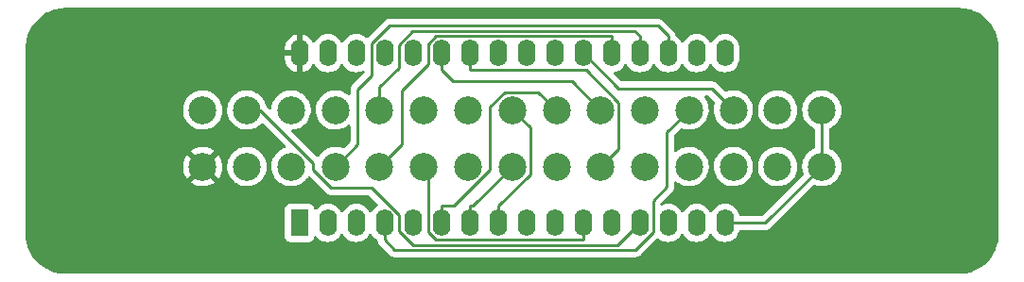
<source format=gbr>
%TF.GenerationSoftware,KiCad,Pcbnew,(6.0.9)*%
%TF.CreationDate,2023-08-23T16:46:46+02:00*%
%TF.ProjectId,p2000t-slot1-adapter-board,70323030-3074-42d7-936c-6f74312d6164,rev?*%
%TF.SameCoordinates,Original*%
%TF.FileFunction,Copper,L2,Bot*%
%TF.FilePolarity,Positive*%
%FSLAX46Y46*%
G04 Gerber Fmt 4.6, Leading zero omitted, Abs format (unit mm)*
G04 Created by KiCad (PCBNEW (6.0.9)) date 2023-08-23 16:46:46*
%MOMM*%
%LPD*%
G01*
G04 APERTURE LIST*
%TA.AperFunction,ComponentPad*%
%ADD10C,2.500000*%
%TD*%
%TA.AperFunction,ComponentPad*%
%ADD11R,1.600000X2.400000*%
%TD*%
%TA.AperFunction,ComponentPad*%
%ADD12O,1.600000X2.400000*%
%TD*%
%TA.AperFunction,Conductor*%
%ADD13C,0.250000*%
%TD*%
G04 APERTURE END LIST*
D10*
%TO.P,J2,1a,Pin_1a*%
%TO.N,unconnected-(J2-Pad1a)*%
X31762000Y-27432000D03*
%TO.P,J2,1b,Pin_1b*%
%TO.N,+5V*%
X31762000Y-32512000D03*
%TO.P,J2,2a,Pin_2a*%
%TO.N,D0*%
X35722000Y-27432000D03*
%TO.P,J2,2b,Pin_2b*%
%TO.N,D1*%
X35722000Y-32512000D03*
%TO.P,J2,3a,Pin_3a*%
%TO.N,D2*%
X39682000Y-27432000D03*
%TO.P,J2,3b,Pin_3b*%
%TO.N,D3*%
X39682000Y-32512000D03*
%TO.P,J2,4a,Pin_4a*%
%TO.N,D4*%
X43642000Y-27432000D03*
%TO.P,J2,4b,Pin_4b*%
%TO.N,D5*%
X43642000Y-32512000D03*
%TO.P,J2,5a,Pin_5a*%
%TO.N,D6*%
X47602000Y-27432000D03*
%TO.P,J2,5b,Pin_5b*%
%TO.N,D7*%
X47602000Y-32512000D03*
%TO.P,J2,6a,Pin_6a*%
%TO.N,A0*%
X51562000Y-27432000D03*
%TO.P,J2,6b,Pin_6b*%
%TO.N,A1*%
X51562000Y-32512000D03*
%TO.P,J2,7a,Pin_7a*%
%TO.N,A2*%
X55522000Y-27432000D03*
%TO.P,J2,7b,Pin_7b*%
%TO.N,A3*%
X55522000Y-32512000D03*
%TO.P,J2,8a,Pin_8a*%
%TO.N,A4*%
X59482000Y-27432000D03*
%TO.P,J2,8b,Pin_8b*%
%TO.N,A5*%
X59482000Y-32512000D03*
%TO.P,J2,9a,Pin_9a*%
%TO.N,A6*%
X63442000Y-27432000D03*
%TO.P,J2,9b,Pin_9b*%
%TO.N,A7*%
X63442000Y-32512000D03*
%TO.P,J2,10a,Pin_10a*%
%TO.N,A8*%
X67402000Y-27432000D03*
%TO.P,J2,10b,Pin_10b*%
%TO.N,A9*%
X67402000Y-32512000D03*
%TO.P,J2,11a,Pin_11a*%
%TO.N,A10*%
X71362000Y-27432000D03*
%TO.P,J2,11b,Pin_11b*%
%TO.N,A11*%
X71362000Y-32512000D03*
%TO.P,J2,12a,Pin_12a*%
%TO.N,A12*%
X75322000Y-27432000D03*
%TO.P,J2,12b,Pin_12b*%
%TO.N,CARSEL2*%
X75322000Y-32512000D03*
%TO.P,J2,13a,Pin_13a*%
%TO.N,CARSEL1*%
X79282000Y-27432000D03*
%TO.P,J2,13b,Pin_13b*%
%TO.N,unconnected-(J2-Pad13b)*%
X79282000Y-32512000D03*
%TO.P,J2,14a,Pin_14a*%
%TO.N,unconnected-(J2-Pad14a)*%
X83242000Y-27432000D03*
%TO.P,J2,14b,Pin_14b*%
%TO.N,unconnected-(J2-Pad14b)*%
X83242000Y-32512000D03*
%TO.P,J2,15a,Pin_15a*%
%TO.N,GND*%
X87202000Y-27432000D03*
%TO.P,J2,15b,Pin_15b*%
X87202000Y-32512000D03*
%TD*%
D11*
%TO.P,J1,1,Pin_1*%
%TO.N,unconnected-(J1-Pad1)*%
X40432000Y-37572000D03*
D12*
%TO.P,J1,2,Pin_2*%
%TO.N,unconnected-(J1-Pad2)*%
X42972000Y-37572000D03*
%TO.P,J1,3,Pin_3*%
%TO.N,unconnected-(J1-Pad3)*%
X45512000Y-37572000D03*
%TO.P,J1,4,Pin_4*%
%TO.N,A12*%
X48052000Y-37572000D03*
%TO.P,J1,5,Pin_5*%
%TO.N,A7*%
X50592000Y-37572000D03*
%TO.P,J1,6,Pin_6*%
%TO.N,A6*%
X53132000Y-37572000D03*
%TO.P,J1,7,Pin_7*%
%TO.N,A5*%
X55672000Y-37572000D03*
%TO.P,J1,8,Pin_8*%
%TO.N,A4*%
X58212000Y-37572000D03*
%TO.P,J1,9,Pin_9*%
%TO.N,A3*%
X60752000Y-37572000D03*
%TO.P,J1,10,Pin_10*%
%TO.N,A2*%
X63292000Y-37572000D03*
%TO.P,J1,11,Pin_11*%
%TO.N,A1*%
X65832000Y-37572000D03*
%TO.P,J1,12,Pin_12*%
%TO.N,A0*%
X68372000Y-37572000D03*
%TO.P,J1,13,Pin_13*%
%TO.N,D0*%
X70912000Y-37572000D03*
%TO.P,J1,14,Pin_14*%
%TO.N,D1*%
X73452000Y-37572000D03*
%TO.P,J1,15,Pin_15*%
%TO.N,D2*%
X75992000Y-37572000D03*
%TO.P,J1,16,Pin_16*%
%TO.N,GND*%
X78532000Y-37572000D03*
%TO.P,J1,17,Pin_17*%
%TO.N,D3*%
X78532000Y-22332000D03*
%TO.P,J1,18,Pin_18*%
%TO.N,D4*%
X75992000Y-22332000D03*
%TO.P,J1,19,Pin_19*%
%TO.N,D5*%
X73452000Y-22332000D03*
%TO.P,J1,20,Pin_20*%
%TO.N,D6*%
X70912000Y-22332000D03*
%TO.P,J1,21,Pin_21*%
%TO.N,D7*%
X68372000Y-22332000D03*
%TO.P,J1,22,Pin_22*%
%TO.N,CARSEL1*%
X65832000Y-22332000D03*
%TO.P,J1,23,Pin_23*%
%TO.N,A10*%
X63292000Y-22332000D03*
%TO.P,J1,24,Pin_24*%
%TO.N,CARSEL2*%
X60752000Y-22332000D03*
%TO.P,J1,25,Pin_25*%
%TO.N,A11*%
X58212000Y-22332000D03*
%TO.P,J1,26,Pin_26*%
%TO.N,A9*%
X55672000Y-22332000D03*
%TO.P,J1,27,Pin_27*%
%TO.N,A8*%
X53132000Y-22332000D03*
%TO.P,J1,28,Pin_28*%
%TO.N,unconnected-(J1-Pad28)*%
X50592000Y-22332000D03*
%TO.P,J1,29,Pin_29*%
%TO.N,unconnected-(J1-Pad29)*%
X48052000Y-22332000D03*
%TO.P,J1,30,Pin_30*%
%TO.N,unconnected-(J1-Pad30)*%
X45512000Y-22332000D03*
%TO.P,J1,31,Pin_31*%
%TO.N,unconnected-(J1-Pad31)*%
X42972000Y-22332000D03*
%TO.P,J1,32,Pin_32*%
%TO.N,+5V*%
X40432000Y-22332000D03*
%TD*%
D13*
%TO.N,A8*%
X53132000Y-22332000D02*
X53132000Y-23857300D01*
X54145400Y-24870700D02*
X53132000Y-23857300D01*
X64840700Y-24870700D02*
X54145400Y-24870700D01*
X67402000Y-27432000D02*
X64840700Y-24870700D01*
%TO.N,A9*%
X55672000Y-22332000D02*
X55672000Y-23857300D01*
X68993600Y-30920400D02*
X67402000Y-32512000D01*
X68993600Y-26784800D02*
X68993600Y-30920400D01*
X66066100Y-23857300D02*
X68993600Y-26784800D01*
X55672000Y-23857300D02*
X66066100Y-23857300D01*
%TO.N,CARSEL1*%
X77348100Y-25498100D02*
X79282000Y-27432000D01*
X68998100Y-25498100D02*
X77348100Y-25498100D01*
X65832000Y-22332000D02*
X68998100Y-25498100D01*
%TO.N,D7*%
X49582000Y-30532000D02*
X47602000Y-32512000D01*
X49582000Y-25653400D02*
X49582000Y-30532000D01*
X51935900Y-23299500D02*
X49582000Y-25653400D01*
X51935900Y-21518800D02*
X51935900Y-23299500D01*
X52648000Y-20806700D02*
X51935900Y-21518800D01*
X68372000Y-20806700D02*
X52648000Y-20806700D01*
X68372000Y-22332000D02*
X68372000Y-20806700D01*
%TO.N,D6*%
X47602000Y-25387000D02*
X47602000Y-27432000D01*
X49322000Y-23667000D02*
X47602000Y-25387000D01*
X49322000Y-21593700D02*
X49322000Y-23667000D01*
X50563300Y-20352400D02*
X49322000Y-21593700D01*
X70457700Y-20352400D02*
X50563300Y-20352400D01*
X70912000Y-20806700D02*
X70457700Y-20352400D01*
X70912000Y-22332000D02*
X70912000Y-20806700D01*
%TO.N,D5*%
X45622000Y-30532000D02*
X43642000Y-32512000D01*
X45622000Y-25611100D02*
X45622000Y-30532000D01*
X46926600Y-24306500D02*
X45622000Y-25611100D01*
X46926600Y-21465400D02*
X46926600Y-24306500D01*
X48522500Y-19869500D02*
X46926600Y-21465400D01*
X72514800Y-19869500D02*
X48522500Y-19869500D01*
X73452000Y-20806700D02*
X72514800Y-19869500D01*
X73452000Y-22332000D02*
X73452000Y-20806700D01*
%TO.N,GND*%
X82142000Y-37572000D02*
X87202000Y-32512000D01*
X78532000Y-37572000D02*
X82142000Y-37572000D01*
X87202000Y-27432000D02*
X87202000Y-32512000D01*
%TO.N,D0*%
X36872400Y-27432000D02*
X35722000Y-27432000D01*
X41662000Y-32221600D02*
X36872400Y-27432000D01*
X41662000Y-32803300D02*
X41662000Y-32221600D01*
X43279300Y-34420600D02*
X41662000Y-32803300D01*
X46897200Y-34420600D02*
X43279300Y-34420600D01*
X49322000Y-36845400D02*
X46897200Y-34420600D01*
X49322000Y-38293600D02*
X49322000Y-36845400D01*
X50576000Y-39547600D02*
X49322000Y-38293600D01*
X68936400Y-39547600D02*
X50576000Y-39547600D01*
X70912000Y-37572000D02*
X68936400Y-39547600D01*
%TO.N,A1*%
X51935900Y-32885900D02*
X51562000Y-32512000D01*
X51935900Y-38392600D02*
X51935900Y-32885900D01*
X52640600Y-39097300D02*
X51935900Y-38392600D01*
X65832000Y-39097300D02*
X52640600Y-39097300D01*
X65832000Y-37572000D02*
X65832000Y-39097300D01*
%TO.N,A4*%
X61069400Y-29019400D02*
X59482000Y-27432000D01*
X61069400Y-33189300D02*
X61069400Y-29019400D01*
X58212000Y-36046700D02*
X61069400Y-33189300D01*
X58212000Y-37572000D02*
X58212000Y-36046700D01*
%TO.N,A5*%
X55947300Y-36046700D02*
X59482000Y-32512000D01*
X55672000Y-36046700D02*
X55947300Y-36046700D01*
X55672000Y-37572000D02*
X55672000Y-36046700D01*
%TO.N,A6*%
X61827900Y-25817900D02*
X63442000Y-27432000D01*
X58837300Y-25817900D02*
X61827900Y-25817900D01*
X57502000Y-27153200D02*
X58837300Y-25817900D01*
X57502000Y-32820700D02*
X57502000Y-27153200D01*
X54276000Y-36046700D02*
X57502000Y-32820700D01*
X53132000Y-36046700D02*
X54276000Y-36046700D01*
X53132000Y-37572000D02*
X53132000Y-36046700D01*
%TO.N,A12*%
X73342000Y-29412000D02*
X75322000Y-27432000D01*
X73342000Y-34312900D02*
X73342000Y-29412000D01*
X72101200Y-35553700D02*
X73342000Y-34312900D01*
X72101200Y-38406000D02*
X72101200Y-35553700D01*
X70509200Y-39998000D02*
X72101200Y-38406000D01*
X48952700Y-39998000D02*
X70509200Y-39998000D01*
X48052000Y-39097300D02*
X48952700Y-39998000D01*
X48052000Y-37572000D02*
X48052000Y-39097300D01*
%TD*%
%TA.AperFunction,Conductor*%
%TO.N,+5V*%
G36*
X99457018Y-18270000D02*
G01*
X99471852Y-18272310D01*
X99471855Y-18272310D01*
X99480724Y-18273691D01*
X99489627Y-18272527D01*
X99489629Y-18272527D01*
X99500078Y-18271161D01*
X99522594Y-18270249D01*
X99829322Y-18285318D01*
X99841618Y-18286528D01*
X100174520Y-18335910D01*
X100186642Y-18338320D01*
X100282572Y-18362350D01*
X100513101Y-18420095D01*
X100524933Y-18423684D01*
X100841803Y-18537061D01*
X100853227Y-18541793D01*
X101157456Y-18685683D01*
X101168361Y-18691512D01*
X101457024Y-18864530D01*
X101467305Y-18871400D01*
X101737613Y-19071874D01*
X101747171Y-19079718D01*
X101996531Y-19305725D01*
X102005275Y-19314469D01*
X102231282Y-19563829D01*
X102239126Y-19573387D01*
X102439600Y-19843695D01*
X102446470Y-19853976D01*
X102619488Y-20142639D01*
X102625317Y-20153544D01*
X102769207Y-20457773D01*
X102773939Y-20469197D01*
X102887316Y-20786067D01*
X102890905Y-20797899D01*
X102972679Y-21124355D01*
X102975090Y-21136480D01*
X103012282Y-21387203D01*
X103024471Y-21469377D01*
X103025682Y-21481676D01*
X103036875Y-21709481D01*
X103040390Y-21781034D01*
X103039042Y-21806598D01*
X103037309Y-21817724D01*
X103038474Y-21826630D01*
X103041436Y-21849283D01*
X103042500Y-21865621D01*
X103042500Y-38538633D01*
X103041000Y-38558018D01*
X103037309Y-38581724D01*
X103038473Y-38590627D01*
X103038473Y-38590629D01*
X103039839Y-38601078D01*
X103040751Y-38623594D01*
X103025683Y-38930317D01*
X103024472Y-38942618D01*
X102977972Y-39256097D01*
X102975091Y-39275517D01*
X102972680Y-39287642D01*
X102958742Y-39343283D01*
X102890905Y-39614101D01*
X102887316Y-39625933D01*
X102773939Y-39942803D01*
X102769207Y-39954227D01*
X102625317Y-40258456D01*
X102619488Y-40269361D01*
X102446470Y-40558024D01*
X102439600Y-40568305D01*
X102239126Y-40838613D01*
X102231282Y-40848171D01*
X102005275Y-41097531D01*
X101996531Y-41106275D01*
X101747171Y-41332282D01*
X101737613Y-41340126D01*
X101467305Y-41540600D01*
X101457024Y-41547470D01*
X101168361Y-41720488D01*
X101157456Y-41726317D01*
X100853227Y-41870207D01*
X100841803Y-41874939D01*
X100524933Y-41988316D01*
X100513101Y-41991905D01*
X100282572Y-42049650D01*
X100186642Y-42073680D01*
X100174520Y-42076090D01*
X99841618Y-42125472D01*
X99829324Y-42126682D01*
X99529962Y-42141390D01*
X99504402Y-42140042D01*
X99493276Y-42138309D01*
X99461714Y-42142436D01*
X99445379Y-42143500D01*
X19526367Y-42143500D01*
X19506982Y-42142000D01*
X19492148Y-42139690D01*
X19492145Y-42139690D01*
X19483276Y-42138309D01*
X19474373Y-42139473D01*
X19474371Y-42139473D01*
X19463922Y-42140839D01*
X19441406Y-42141751D01*
X19134678Y-42126682D01*
X19122382Y-42125472D01*
X18789480Y-42076090D01*
X18777358Y-42073680D01*
X18681428Y-42049650D01*
X18450899Y-41991905D01*
X18439067Y-41988316D01*
X18122197Y-41874939D01*
X18110773Y-41870207D01*
X17806544Y-41726317D01*
X17795639Y-41720488D01*
X17506976Y-41547470D01*
X17496695Y-41540600D01*
X17226387Y-41340126D01*
X17216829Y-41332282D01*
X16967469Y-41106275D01*
X16958725Y-41097531D01*
X16732718Y-40848171D01*
X16724874Y-40838613D01*
X16524400Y-40568305D01*
X16517530Y-40558024D01*
X16344512Y-40269361D01*
X16338683Y-40258456D01*
X16194793Y-39954227D01*
X16190061Y-39942803D01*
X16076684Y-39625933D01*
X16073095Y-39614101D01*
X16005258Y-39343283D01*
X15991320Y-39287642D01*
X15988909Y-39275517D01*
X15986028Y-39256097D01*
X15939528Y-38942618D01*
X15938317Y-38930317D01*
X15937521Y-38914100D01*
X15933071Y-38823531D01*
X15923795Y-38634695D01*
X15925387Y-38607619D01*
X15926576Y-38600552D01*
X15926729Y-38588000D01*
X15922773Y-38560376D01*
X15921500Y-38542514D01*
X15921500Y-33921133D01*
X30717612Y-33921133D01*
X30726325Y-33932653D01*
X30824018Y-34004284D01*
X30831928Y-34009227D01*
X31054890Y-34126533D01*
X31063453Y-34130256D01*
X31301304Y-34213318D01*
X31310313Y-34215732D01*
X31557842Y-34262727D01*
X31567098Y-34263781D01*
X31818857Y-34273673D01*
X31828171Y-34273347D01*
X32078615Y-34245920D01*
X32087792Y-34244219D01*
X32331431Y-34180074D01*
X32340251Y-34177037D01*
X32571736Y-34077583D01*
X32580008Y-34073276D01*
X32794249Y-33940700D01*
X32801188Y-33935658D01*
X32809518Y-33923019D01*
X32803456Y-33912666D01*
X31774812Y-32884022D01*
X31760868Y-32876408D01*
X31759035Y-32876539D01*
X31752420Y-32880790D01*
X30724270Y-33908940D01*
X30717612Y-33921133D01*
X15921500Y-33921133D01*
X15921500Y-32470523D01*
X29999898Y-32470523D01*
X30011987Y-32722175D01*
X30013124Y-32731435D01*
X30062274Y-32978535D01*
X30064768Y-32987528D01*
X30149900Y-33224639D01*
X30153700Y-33233174D01*
X30272946Y-33455101D01*
X30277957Y-33462968D01*
X30341446Y-33547990D01*
X30352704Y-33556439D01*
X30365123Y-33549667D01*
X31389978Y-32524812D01*
X31396356Y-32513132D01*
X32126408Y-32513132D01*
X32126539Y-32514965D01*
X32130790Y-32521580D01*
X33161913Y-33552703D01*
X33174293Y-33559463D01*
X33182634Y-33553219D01*
X33308765Y-33357127D01*
X33313212Y-33348936D01*
X33416691Y-33119222D01*
X33419882Y-33110455D01*
X33488269Y-32867976D01*
X33490129Y-32858834D01*
X33522116Y-32607396D01*
X33522597Y-32601108D01*
X33524847Y-32515160D01*
X33524696Y-32508851D01*
X33521500Y-32465839D01*
X33959173Y-32465839D01*
X33959397Y-32470505D01*
X33959397Y-32470511D01*
X33965443Y-32596373D01*
X33971713Y-32726908D01*
X34022704Y-32983256D01*
X34111026Y-33229252D01*
X34113242Y-33233376D01*
X34215861Y-33424360D01*
X34234737Y-33459491D01*
X34237532Y-33463234D01*
X34237534Y-33463237D01*
X34388330Y-33665177D01*
X34388335Y-33665183D01*
X34391122Y-33668915D01*
X34394431Y-33672195D01*
X34394436Y-33672201D01*
X34573426Y-33849635D01*
X34576743Y-33852923D01*
X34580505Y-33855681D01*
X34580508Y-33855684D01*
X34714465Y-33953905D01*
X34787524Y-34007474D01*
X34791667Y-34009654D01*
X34791669Y-34009655D01*
X35014684Y-34126989D01*
X35014689Y-34126991D01*
X35018834Y-34129172D01*
X35265590Y-34215344D01*
X35270183Y-34216216D01*
X35517785Y-34263224D01*
X35517788Y-34263224D01*
X35522374Y-34264095D01*
X35652958Y-34269226D01*
X35778875Y-34274174D01*
X35778881Y-34274174D01*
X35783543Y-34274357D01*
X35863447Y-34265606D01*
X36038707Y-34246412D01*
X36038712Y-34246411D01*
X36043360Y-34245902D01*
X36133885Y-34222069D01*
X36291594Y-34180548D01*
X36291596Y-34180547D01*
X36296117Y-34179357D01*
X36372815Y-34146405D01*
X36427451Y-34122931D01*
X36536262Y-34076182D01*
X36729401Y-33956665D01*
X36754547Y-33941104D01*
X36754548Y-33941104D01*
X36758519Y-33938646D01*
X36762082Y-33935629D01*
X36762087Y-33935626D01*
X36954439Y-33772787D01*
X36954440Y-33772786D01*
X36958005Y-33769768D01*
X37032377Y-33684963D01*
X37127257Y-33576774D01*
X37127261Y-33576769D01*
X37130339Y-33573259D01*
X37172915Y-33507068D01*
X37269205Y-33357367D01*
X37271733Y-33353437D01*
X37379083Y-33115129D01*
X37417607Y-32978535D01*
X37448760Y-32868076D01*
X37448761Y-32868073D01*
X37450030Y-32863572D01*
X37466840Y-32731435D01*
X37482616Y-32607421D01*
X37482616Y-32607417D01*
X37483014Y-32604291D01*
X37483098Y-32601108D01*
X37485348Y-32515160D01*
X37485431Y-32512000D01*
X37466061Y-32251348D01*
X37456825Y-32210528D01*
X37409408Y-32000980D01*
X37408377Y-31996423D01*
X37389603Y-31948146D01*
X37315340Y-31757176D01*
X37315339Y-31757173D01*
X37313647Y-31752823D01*
X37299264Y-31727657D01*
X37253896Y-31648280D01*
X37183951Y-31525902D01*
X37022138Y-31320643D01*
X36831763Y-31141557D01*
X36653973Y-31018219D01*
X36620851Y-30995241D01*
X36620848Y-30995239D01*
X36617009Y-30992576D01*
X36612816Y-30990508D01*
X36386781Y-30879040D01*
X36386776Y-30879038D01*
X36382593Y-30876975D01*
X36368901Y-30872592D01*
X36138123Y-30798720D01*
X36133665Y-30797293D01*
X35875693Y-30755279D01*
X35761942Y-30753790D01*
X35619022Y-30751919D01*
X35619019Y-30751919D01*
X35614345Y-30751858D01*
X35355362Y-30787104D01*
X35104433Y-30860243D01*
X35100180Y-30862203D01*
X35100179Y-30862204D01*
X35059661Y-30880883D01*
X34867072Y-30969668D01*
X34828067Y-30995241D01*
X34652404Y-31110410D01*
X34652399Y-31110414D01*
X34648491Y-31112976D01*
X34453494Y-31287018D01*
X34286363Y-31487970D01*
X34283934Y-31491973D01*
X34180348Y-31662678D01*
X34150771Y-31711419D01*
X34049697Y-31952455D01*
X33985359Y-32205783D01*
X33959173Y-32465839D01*
X33521500Y-32465839D01*
X33505912Y-32256074D01*
X33504536Y-32246868D01*
X33448929Y-32001126D01*
X33446205Y-31992215D01*
X33354888Y-31757392D01*
X33350877Y-31748983D01*
X33225854Y-31530240D01*
X33220643Y-31522514D01*
X33183391Y-31475261D01*
X33171466Y-31466790D01*
X33159934Y-31473276D01*
X32134022Y-32499188D01*
X32126408Y-32513132D01*
X31396356Y-32513132D01*
X31397592Y-32510868D01*
X31397461Y-32509035D01*
X31393210Y-32502420D01*
X30363321Y-31472531D01*
X30350013Y-31465264D01*
X30339974Y-31472386D01*
X30329761Y-31484666D01*
X30324346Y-31492258D01*
X30193646Y-31707646D01*
X30189408Y-31715963D01*
X30091981Y-31948299D01*
X30089020Y-31957149D01*
X30027006Y-32201331D01*
X30025384Y-32210528D01*
X30000143Y-32461198D01*
X29999898Y-32470523D01*
X15921500Y-32470523D01*
X15921500Y-31100803D01*
X30715216Y-31100803D01*
X30719789Y-31110579D01*
X31749188Y-32139978D01*
X31763132Y-32147592D01*
X31764965Y-32147461D01*
X31771580Y-32143210D01*
X32800419Y-31114371D01*
X32806803Y-31102681D01*
X32797391Y-31090570D01*
X32660593Y-30995670D01*
X32652565Y-30990942D01*
X32426593Y-30879505D01*
X32417960Y-30876017D01*
X32177998Y-30799205D01*
X32168938Y-30797029D01*
X31920260Y-30756529D01*
X31910973Y-30755717D01*
X31659053Y-30752419D01*
X31649742Y-30752989D01*
X31400097Y-30786964D01*
X31390978Y-30788902D01*
X31149098Y-30859404D01*
X31140367Y-30862667D01*
X30911558Y-30968151D01*
X30903406Y-30972670D01*
X30724353Y-31090062D01*
X30715216Y-31100803D01*
X15921500Y-31100803D01*
X15921500Y-27385839D01*
X29999173Y-27385839D01*
X30011713Y-27646908D01*
X30062704Y-27903256D01*
X30151026Y-28149252D01*
X30153242Y-28153376D01*
X30264092Y-28359679D01*
X30274737Y-28379491D01*
X30277532Y-28383234D01*
X30277534Y-28383237D01*
X30428330Y-28585177D01*
X30428335Y-28585183D01*
X30431122Y-28588915D01*
X30434431Y-28592195D01*
X30434436Y-28592201D01*
X30613426Y-28769635D01*
X30616743Y-28772923D01*
X30620505Y-28775681D01*
X30620508Y-28775684D01*
X30823750Y-28924707D01*
X30827524Y-28927474D01*
X30831667Y-28929654D01*
X30831669Y-28929655D01*
X31054684Y-29046989D01*
X31054689Y-29046991D01*
X31058834Y-29049172D01*
X31305590Y-29135344D01*
X31310183Y-29136216D01*
X31557785Y-29183224D01*
X31557788Y-29183224D01*
X31562374Y-29184095D01*
X31692958Y-29189226D01*
X31818875Y-29194174D01*
X31818881Y-29194174D01*
X31823543Y-29194357D01*
X31912486Y-29184616D01*
X32078707Y-29166412D01*
X32078712Y-29166411D01*
X32083360Y-29165902D01*
X32087884Y-29164711D01*
X32331594Y-29100548D01*
X32331596Y-29100547D01*
X32336117Y-29099357D01*
X32351149Y-29092899D01*
X32495454Y-29030900D01*
X32576262Y-28996182D01*
X32582649Y-28992230D01*
X32794547Y-28861104D01*
X32794548Y-28861104D01*
X32798519Y-28858646D01*
X32802082Y-28855629D01*
X32802087Y-28855626D01*
X32994439Y-28692787D01*
X32994440Y-28692786D01*
X32998005Y-28689768D01*
X33043657Y-28637712D01*
X33167257Y-28496774D01*
X33167261Y-28496769D01*
X33170339Y-28493259D01*
X33311733Y-28273437D01*
X33419083Y-28035129D01*
X33490030Y-27783572D01*
X33506832Y-27651496D01*
X33522616Y-27527421D01*
X33522616Y-27527417D01*
X33523014Y-27524291D01*
X33525431Y-27432000D01*
X33522001Y-27385839D01*
X33959173Y-27385839D01*
X33971713Y-27646908D01*
X34022704Y-27903256D01*
X34111026Y-28149252D01*
X34113242Y-28153376D01*
X34224092Y-28359679D01*
X34234737Y-28379491D01*
X34237532Y-28383234D01*
X34237534Y-28383237D01*
X34388330Y-28585177D01*
X34388335Y-28585183D01*
X34391122Y-28588915D01*
X34394431Y-28592195D01*
X34394436Y-28592201D01*
X34573426Y-28769635D01*
X34576743Y-28772923D01*
X34580505Y-28775681D01*
X34580508Y-28775684D01*
X34783750Y-28924707D01*
X34787524Y-28927474D01*
X34791667Y-28929654D01*
X34791669Y-28929655D01*
X35014684Y-29046989D01*
X35014689Y-29046991D01*
X35018834Y-29049172D01*
X35265590Y-29135344D01*
X35270183Y-29136216D01*
X35517785Y-29183224D01*
X35517788Y-29183224D01*
X35522374Y-29184095D01*
X35652958Y-29189226D01*
X35778875Y-29194174D01*
X35778881Y-29194174D01*
X35783543Y-29194357D01*
X35872486Y-29184616D01*
X36038707Y-29166412D01*
X36038712Y-29166411D01*
X36043360Y-29165902D01*
X36047884Y-29164711D01*
X36291594Y-29100548D01*
X36291596Y-29100547D01*
X36296117Y-29099357D01*
X36311149Y-29092899D01*
X36455454Y-29030900D01*
X36536262Y-28996182D01*
X36542649Y-28992230D01*
X36754547Y-28861104D01*
X36754548Y-28861104D01*
X36758519Y-28858646D01*
X36762082Y-28855629D01*
X36762087Y-28855626D01*
X36954439Y-28692787D01*
X36954440Y-28692786D01*
X36958005Y-28689768D01*
X36974280Y-28671210D01*
X36998382Y-28643728D01*
X37058336Y-28605701D01*
X37129331Y-28606125D01*
X37182208Y-28637712D01*
X39177433Y-30632937D01*
X39211459Y-30695249D01*
X39206394Y-30766064D01*
X39163847Y-30822900D01*
X39123598Y-30842998D01*
X39064433Y-30860243D01*
X39060180Y-30862203D01*
X39060179Y-30862204D01*
X39019661Y-30880883D01*
X38827072Y-30969668D01*
X38788067Y-30995241D01*
X38612404Y-31110410D01*
X38612399Y-31110414D01*
X38608491Y-31112976D01*
X38413494Y-31287018D01*
X38246363Y-31487970D01*
X38243934Y-31491973D01*
X38140348Y-31662678D01*
X38110771Y-31711419D01*
X38009697Y-31952455D01*
X37945359Y-32205783D01*
X37919173Y-32465839D01*
X37919397Y-32470505D01*
X37919397Y-32470511D01*
X37925443Y-32596374D01*
X37931713Y-32726908D01*
X37982704Y-32983256D01*
X38071026Y-33229252D01*
X38073242Y-33233376D01*
X38175861Y-33424360D01*
X38194737Y-33459491D01*
X38197532Y-33463234D01*
X38197534Y-33463237D01*
X38348330Y-33665177D01*
X38348335Y-33665183D01*
X38351122Y-33668915D01*
X38354431Y-33672195D01*
X38354436Y-33672201D01*
X38533426Y-33849635D01*
X38536743Y-33852923D01*
X38540505Y-33855681D01*
X38540508Y-33855684D01*
X38674465Y-33953905D01*
X38747524Y-34007474D01*
X38751667Y-34009654D01*
X38751669Y-34009655D01*
X38974684Y-34126989D01*
X38974689Y-34126991D01*
X38978834Y-34129172D01*
X39225590Y-34215344D01*
X39230183Y-34216216D01*
X39477785Y-34263224D01*
X39477788Y-34263224D01*
X39482374Y-34264095D01*
X39612958Y-34269226D01*
X39738875Y-34274174D01*
X39738881Y-34274174D01*
X39743543Y-34274357D01*
X39823447Y-34265606D01*
X39998707Y-34246412D01*
X39998712Y-34246411D01*
X40003360Y-34245902D01*
X40093885Y-34222069D01*
X40251594Y-34180548D01*
X40251596Y-34180547D01*
X40256117Y-34179357D01*
X40332815Y-34146405D01*
X40387451Y-34122931D01*
X40496262Y-34076182D01*
X40689401Y-33956665D01*
X40714547Y-33941104D01*
X40714548Y-33941104D01*
X40718519Y-33938646D01*
X40722082Y-33935629D01*
X40722087Y-33935626D01*
X40914439Y-33772787D01*
X40914440Y-33772786D01*
X40918005Y-33769768D01*
X40992377Y-33684963D01*
X41087257Y-33576774D01*
X41087261Y-33576769D01*
X41090339Y-33573259D01*
X41124210Y-33520601D01*
X41180260Y-33433462D01*
X41233934Y-33386990D01*
X41304212Y-33376915D01*
X41368781Y-33406434D01*
X41375326Y-33412530D01*
X42775643Y-34812847D01*
X42783187Y-34821137D01*
X42787300Y-34827618D01*
X42793077Y-34833043D01*
X42836967Y-34874258D01*
X42839809Y-34877013D01*
X42859531Y-34896735D01*
X42862655Y-34899158D01*
X42862659Y-34899162D01*
X42862724Y-34899212D01*
X42871745Y-34906917D01*
X42903979Y-34937186D01*
X42910927Y-34941005D01*
X42910929Y-34941007D01*
X42921732Y-34946946D01*
X42938259Y-34957802D01*
X42947998Y-34965357D01*
X42948000Y-34965358D01*
X42954260Y-34970214D01*
X42994840Y-34987774D01*
X43005488Y-34992991D01*
X43044240Y-35014295D01*
X43051916Y-35016266D01*
X43051919Y-35016267D01*
X43063862Y-35019333D01*
X43082567Y-35025737D01*
X43101155Y-35033781D01*
X43108978Y-35035020D01*
X43108988Y-35035023D01*
X43144824Y-35040699D01*
X43156444Y-35043105D01*
X43191589Y-35052128D01*
X43199270Y-35054100D01*
X43219524Y-35054100D01*
X43239234Y-35055651D01*
X43259243Y-35058820D01*
X43267135Y-35058074D01*
X43303261Y-35054659D01*
X43315119Y-35054100D01*
X46582606Y-35054100D01*
X46650727Y-35074102D01*
X46671701Y-35091005D01*
X47418916Y-35838220D01*
X47452942Y-35900532D01*
X47447877Y-35971347D01*
X47405330Y-36028183D01*
X47397082Y-36033623D01*
X47395251Y-36034477D01*
X47301476Y-36100139D01*
X47212211Y-36162643D01*
X47212208Y-36162645D01*
X47207700Y-36165802D01*
X47045802Y-36327700D01*
X46914477Y-36515251D01*
X46912154Y-36520233D01*
X46912151Y-36520238D01*
X46896195Y-36554457D01*
X46849278Y-36607742D01*
X46781001Y-36627203D01*
X46713041Y-36606661D01*
X46667805Y-36554457D01*
X46651849Y-36520238D01*
X46651846Y-36520233D01*
X46649523Y-36515251D01*
X46518198Y-36327700D01*
X46356300Y-36165802D01*
X46351792Y-36162645D01*
X46351789Y-36162643D01*
X46273611Y-36107902D01*
X46168749Y-36034477D01*
X46163767Y-36032154D01*
X46163762Y-36032151D01*
X45966225Y-35940039D01*
X45966224Y-35940039D01*
X45961243Y-35937716D01*
X45955935Y-35936294D01*
X45955933Y-35936293D01*
X45745402Y-35879881D01*
X45745400Y-35879881D01*
X45740087Y-35878457D01*
X45512000Y-35858502D01*
X45283913Y-35878457D01*
X45278600Y-35879881D01*
X45278598Y-35879881D01*
X45068067Y-35936293D01*
X45068065Y-35936294D01*
X45062757Y-35937716D01*
X45057776Y-35940039D01*
X45057775Y-35940039D01*
X44860238Y-36032151D01*
X44860233Y-36032154D01*
X44855251Y-36034477D01*
X44750389Y-36107902D01*
X44672211Y-36162643D01*
X44672208Y-36162645D01*
X44667700Y-36165802D01*
X44505802Y-36327700D01*
X44374477Y-36515251D01*
X44372154Y-36520233D01*
X44372151Y-36520238D01*
X44356195Y-36554457D01*
X44309278Y-36607742D01*
X44241001Y-36627203D01*
X44173041Y-36606661D01*
X44127805Y-36554457D01*
X44111849Y-36520238D01*
X44111846Y-36520233D01*
X44109523Y-36515251D01*
X43978198Y-36327700D01*
X43816300Y-36165802D01*
X43811792Y-36162645D01*
X43811789Y-36162643D01*
X43733611Y-36107902D01*
X43628749Y-36034477D01*
X43623767Y-36032154D01*
X43623762Y-36032151D01*
X43426225Y-35940039D01*
X43426224Y-35940039D01*
X43421243Y-35937716D01*
X43415935Y-35936294D01*
X43415933Y-35936293D01*
X43205402Y-35879881D01*
X43205400Y-35879881D01*
X43200087Y-35878457D01*
X42972000Y-35858502D01*
X42743913Y-35878457D01*
X42738600Y-35879881D01*
X42738598Y-35879881D01*
X42528067Y-35936293D01*
X42528065Y-35936294D01*
X42522757Y-35937716D01*
X42517776Y-35940039D01*
X42517775Y-35940039D01*
X42320238Y-36032151D01*
X42320233Y-36032154D01*
X42315251Y-36034477D01*
X42210389Y-36107902D01*
X42132211Y-36162643D01*
X42132208Y-36162645D01*
X42127700Y-36165802D01*
X41965802Y-36327700D01*
X41962643Y-36332211D01*
X41959108Y-36336424D01*
X41957974Y-36335473D01*
X41907929Y-36375471D01*
X41837310Y-36382776D01*
X41773951Y-36350742D01*
X41737970Y-36289538D01*
X41734918Y-36272483D01*
X41733745Y-36261684D01*
X41682615Y-36125295D01*
X41595261Y-36008739D01*
X41478705Y-35921385D01*
X41342316Y-35870255D01*
X41280134Y-35863500D01*
X39583866Y-35863500D01*
X39521684Y-35870255D01*
X39385295Y-35921385D01*
X39268739Y-36008739D01*
X39181385Y-36125295D01*
X39130255Y-36261684D01*
X39123500Y-36323866D01*
X39123500Y-38820134D01*
X39130255Y-38882316D01*
X39181385Y-39018705D01*
X39268739Y-39135261D01*
X39385295Y-39222615D01*
X39521684Y-39273745D01*
X39583866Y-39280500D01*
X41280134Y-39280500D01*
X41342316Y-39273745D01*
X41478705Y-39222615D01*
X41595261Y-39135261D01*
X41682615Y-39018705D01*
X41733745Y-38882316D01*
X41734917Y-38871526D01*
X41735803Y-38869394D01*
X41736425Y-38866778D01*
X41736848Y-38866879D01*
X41762155Y-38805965D01*
X41820517Y-38765537D01*
X41891471Y-38763078D01*
X41952490Y-38799371D01*
X41959489Y-38808031D01*
X41962643Y-38811789D01*
X41965802Y-38816300D01*
X42127700Y-38978198D01*
X42132208Y-38981355D01*
X42132211Y-38981357D01*
X42173542Y-39010297D01*
X42315251Y-39109523D01*
X42320233Y-39111846D01*
X42320238Y-39111849D01*
X42517775Y-39203961D01*
X42522757Y-39206284D01*
X42528065Y-39207706D01*
X42528067Y-39207707D01*
X42738598Y-39264119D01*
X42738600Y-39264119D01*
X42743913Y-39265543D01*
X42972000Y-39285498D01*
X43200087Y-39265543D01*
X43205400Y-39264119D01*
X43205402Y-39264119D01*
X43415933Y-39207707D01*
X43415935Y-39207706D01*
X43421243Y-39206284D01*
X43426225Y-39203961D01*
X43623762Y-39111849D01*
X43623767Y-39111846D01*
X43628749Y-39109523D01*
X43770458Y-39010297D01*
X43811789Y-38981357D01*
X43811792Y-38981355D01*
X43816300Y-38978198D01*
X43978198Y-38816300D01*
X44109523Y-38628749D01*
X44111846Y-38623767D01*
X44111849Y-38623762D01*
X44127805Y-38589543D01*
X44174722Y-38536258D01*
X44242999Y-38516797D01*
X44310959Y-38537339D01*
X44356195Y-38589543D01*
X44372151Y-38623762D01*
X44372154Y-38623767D01*
X44374477Y-38628749D01*
X44505802Y-38816300D01*
X44667700Y-38978198D01*
X44672208Y-38981355D01*
X44672211Y-38981357D01*
X44713542Y-39010297D01*
X44855251Y-39109523D01*
X44860233Y-39111846D01*
X44860238Y-39111849D01*
X45057775Y-39203961D01*
X45062757Y-39206284D01*
X45068065Y-39207706D01*
X45068067Y-39207707D01*
X45278598Y-39264119D01*
X45278600Y-39264119D01*
X45283913Y-39265543D01*
X45512000Y-39285498D01*
X45740087Y-39265543D01*
X45745400Y-39264119D01*
X45745402Y-39264119D01*
X45955933Y-39207707D01*
X45955935Y-39207706D01*
X45961243Y-39206284D01*
X45966225Y-39203961D01*
X46163762Y-39111849D01*
X46163767Y-39111846D01*
X46168749Y-39109523D01*
X46310458Y-39010297D01*
X46351789Y-38981357D01*
X46351792Y-38981355D01*
X46356300Y-38978198D01*
X46518198Y-38816300D01*
X46649523Y-38628749D01*
X46651846Y-38623767D01*
X46651849Y-38623762D01*
X46667805Y-38589543D01*
X46714722Y-38536258D01*
X46782999Y-38516797D01*
X46850959Y-38537339D01*
X46896195Y-38589543D01*
X46912151Y-38623762D01*
X46912154Y-38623767D01*
X46914477Y-38628749D01*
X47045802Y-38816300D01*
X47207700Y-38978198D01*
X47212208Y-38981355D01*
X47212211Y-38981357D01*
X47367411Y-39090029D01*
X47411739Y-39145486D01*
X47419420Y-39181501D01*
X47419837Y-39181435D01*
X47421078Y-39189269D01*
X47421327Y-39197189D01*
X47424383Y-39207707D01*
X47426978Y-39216639D01*
X47430987Y-39236000D01*
X47433526Y-39256097D01*
X47436445Y-39263468D01*
X47436445Y-39263470D01*
X47449804Y-39297212D01*
X47453649Y-39308442D01*
X47465982Y-39350893D01*
X47470015Y-39357712D01*
X47470017Y-39357717D01*
X47476293Y-39368328D01*
X47484988Y-39386076D01*
X47492448Y-39404917D01*
X47497110Y-39411333D01*
X47497110Y-39411334D01*
X47518436Y-39440687D01*
X47524952Y-39450607D01*
X47547458Y-39488662D01*
X47561779Y-39502983D01*
X47574619Y-39518016D01*
X47586528Y-39534407D01*
X47592634Y-39539458D01*
X47620605Y-39562598D01*
X47629384Y-39570588D01*
X48449043Y-40390247D01*
X48456587Y-40398537D01*
X48460700Y-40405018D01*
X48466477Y-40410443D01*
X48510367Y-40451658D01*
X48513209Y-40454413D01*
X48532930Y-40474134D01*
X48536125Y-40476612D01*
X48545147Y-40484318D01*
X48577379Y-40514586D01*
X48584328Y-40518406D01*
X48595132Y-40524346D01*
X48611656Y-40535199D01*
X48627659Y-40547613D01*
X48668243Y-40565176D01*
X48678873Y-40570383D01*
X48717640Y-40591695D01*
X48725317Y-40593666D01*
X48725322Y-40593668D01*
X48737258Y-40596732D01*
X48755966Y-40603137D01*
X48774555Y-40611181D01*
X48782383Y-40612421D01*
X48782390Y-40612423D01*
X48818224Y-40618099D01*
X48829844Y-40620505D01*
X48861659Y-40628673D01*
X48872670Y-40631500D01*
X48892924Y-40631500D01*
X48912634Y-40633051D01*
X48932643Y-40636220D01*
X48940535Y-40635474D01*
X48959280Y-40633702D01*
X48976662Y-40632059D01*
X48988519Y-40631500D01*
X70430433Y-40631500D01*
X70441616Y-40632027D01*
X70449109Y-40633702D01*
X70457035Y-40633453D01*
X70457036Y-40633453D01*
X70517186Y-40631562D01*
X70521145Y-40631500D01*
X70549056Y-40631500D01*
X70552991Y-40631003D01*
X70553056Y-40630995D01*
X70564893Y-40630062D01*
X70597151Y-40629048D01*
X70601170Y-40628922D01*
X70609089Y-40628673D01*
X70628543Y-40623021D01*
X70647900Y-40619013D01*
X70660130Y-40617468D01*
X70660131Y-40617468D01*
X70667997Y-40616474D01*
X70675368Y-40613555D01*
X70675370Y-40613555D01*
X70709112Y-40600196D01*
X70720342Y-40596351D01*
X70755183Y-40586229D01*
X70755184Y-40586229D01*
X70762793Y-40584018D01*
X70769612Y-40579985D01*
X70769617Y-40579983D01*
X70780228Y-40573707D01*
X70797976Y-40565012D01*
X70816817Y-40557552D01*
X70837187Y-40542753D01*
X70852587Y-40531564D01*
X70862507Y-40525048D01*
X70893735Y-40506580D01*
X70893738Y-40506578D01*
X70900562Y-40502542D01*
X70914883Y-40488221D01*
X70929917Y-40475380D01*
X70931632Y-40474134D01*
X70946307Y-40463472D01*
X70974498Y-40429395D01*
X70982488Y-40420616D01*
X71630527Y-39772577D01*
X72427210Y-38975895D01*
X72489520Y-38941870D01*
X72560335Y-38946935D01*
X72598839Y-38971681D01*
X72599600Y-38970774D01*
X72603803Y-38974301D01*
X72607700Y-38978198D01*
X72612208Y-38981355D01*
X72612211Y-38981357D01*
X72653542Y-39010297D01*
X72795251Y-39109523D01*
X72800233Y-39111846D01*
X72800238Y-39111849D01*
X72997775Y-39203961D01*
X73002757Y-39206284D01*
X73008065Y-39207706D01*
X73008067Y-39207707D01*
X73218598Y-39264119D01*
X73218600Y-39264119D01*
X73223913Y-39265543D01*
X73452000Y-39285498D01*
X73680087Y-39265543D01*
X73685400Y-39264119D01*
X73685402Y-39264119D01*
X73895933Y-39207707D01*
X73895935Y-39207706D01*
X73901243Y-39206284D01*
X73906225Y-39203961D01*
X74103762Y-39111849D01*
X74103767Y-39111846D01*
X74108749Y-39109523D01*
X74250458Y-39010297D01*
X74291789Y-38981357D01*
X74291792Y-38981355D01*
X74296300Y-38978198D01*
X74458198Y-38816300D01*
X74589523Y-38628749D01*
X74591846Y-38623767D01*
X74591849Y-38623762D01*
X74607805Y-38589543D01*
X74654722Y-38536258D01*
X74722999Y-38516797D01*
X74790959Y-38537339D01*
X74836195Y-38589543D01*
X74852151Y-38623762D01*
X74852154Y-38623767D01*
X74854477Y-38628749D01*
X74985802Y-38816300D01*
X75147700Y-38978198D01*
X75152208Y-38981355D01*
X75152211Y-38981357D01*
X75193542Y-39010297D01*
X75335251Y-39109523D01*
X75340233Y-39111846D01*
X75340238Y-39111849D01*
X75537775Y-39203961D01*
X75542757Y-39206284D01*
X75548065Y-39207706D01*
X75548067Y-39207707D01*
X75758598Y-39264119D01*
X75758600Y-39264119D01*
X75763913Y-39265543D01*
X75992000Y-39285498D01*
X76220087Y-39265543D01*
X76225400Y-39264119D01*
X76225402Y-39264119D01*
X76435933Y-39207707D01*
X76435935Y-39207706D01*
X76441243Y-39206284D01*
X76446225Y-39203961D01*
X76643762Y-39111849D01*
X76643767Y-39111846D01*
X76648749Y-39109523D01*
X76790458Y-39010297D01*
X76831789Y-38981357D01*
X76831792Y-38981355D01*
X76836300Y-38978198D01*
X76998198Y-38816300D01*
X77129523Y-38628749D01*
X77131846Y-38623767D01*
X77131849Y-38623762D01*
X77147805Y-38589543D01*
X77194722Y-38536258D01*
X77262999Y-38516797D01*
X77330959Y-38537339D01*
X77376195Y-38589543D01*
X77392151Y-38623762D01*
X77392154Y-38623767D01*
X77394477Y-38628749D01*
X77525802Y-38816300D01*
X77687700Y-38978198D01*
X77692208Y-38981355D01*
X77692211Y-38981357D01*
X77733542Y-39010297D01*
X77875251Y-39109523D01*
X77880233Y-39111846D01*
X77880238Y-39111849D01*
X78077775Y-39203961D01*
X78082757Y-39206284D01*
X78088065Y-39207706D01*
X78088067Y-39207707D01*
X78298598Y-39264119D01*
X78298600Y-39264119D01*
X78303913Y-39265543D01*
X78532000Y-39285498D01*
X78760087Y-39265543D01*
X78765400Y-39264119D01*
X78765402Y-39264119D01*
X78975933Y-39207707D01*
X78975935Y-39207706D01*
X78981243Y-39206284D01*
X78986225Y-39203961D01*
X79183762Y-39111849D01*
X79183767Y-39111846D01*
X79188749Y-39109523D01*
X79330458Y-39010297D01*
X79371789Y-38981357D01*
X79371792Y-38981355D01*
X79376300Y-38978198D01*
X79538198Y-38816300D01*
X79669523Y-38628749D01*
X79671846Y-38623767D01*
X79671849Y-38623762D01*
X79763959Y-38426228D01*
X79766284Y-38421243D01*
X79799069Y-38298889D01*
X79836021Y-38238266D01*
X79899881Y-38207245D01*
X79920776Y-38205500D01*
X82063233Y-38205500D01*
X82074416Y-38206027D01*
X82081909Y-38207702D01*
X82089835Y-38207453D01*
X82089836Y-38207453D01*
X82149986Y-38205562D01*
X82153945Y-38205500D01*
X82181856Y-38205500D01*
X82185791Y-38205003D01*
X82185856Y-38204995D01*
X82197693Y-38204062D01*
X82229951Y-38203048D01*
X82233970Y-38202922D01*
X82241889Y-38202673D01*
X82261343Y-38197021D01*
X82280700Y-38193013D01*
X82292930Y-38191468D01*
X82292931Y-38191468D01*
X82300797Y-38190474D01*
X82308168Y-38187555D01*
X82308170Y-38187555D01*
X82341912Y-38174196D01*
X82353142Y-38170351D01*
X82387983Y-38160229D01*
X82387984Y-38160229D01*
X82395593Y-38158018D01*
X82402412Y-38153985D01*
X82402417Y-38153983D01*
X82413028Y-38147707D01*
X82430776Y-38139012D01*
X82449617Y-38131552D01*
X82485387Y-38105564D01*
X82495307Y-38099048D01*
X82526535Y-38080580D01*
X82526538Y-38080578D01*
X82533362Y-38076542D01*
X82547683Y-38062221D01*
X82562717Y-38049380D01*
X82572694Y-38042131D01*
X82579107Y-38037472D01*
X82607298Y-38003395D01*
X82615288Y-37994616D01*
X86429473Y-34180431D01*
X86491785Y-34146405D01*
X86560109Y-34150571D01*
X86664251Y-34186939D01*
X86745590Y-34215344D01*
X86750183Y-34216216D01*
X86997785Y-34263224D01*
X86997788Y-34263224D01*
X87002374Y-34264095D01*
X87132958Y-34269226D01*
X87258875Y-34274174D01*
X87258881Y-34274174D01*
X87263543Y-34274357D01*
X87343447Y-34265606D01*
X87518707Y-34246412D01*
X87518712Y-34246411D01*
X87523360Y-34245902D01*
X87613885Y-34222069D01*
X87771594Y-34180548D01*
X87771596Y-34180547D01*
X87776117Y-34179357D01*
X87852815Y-34146405D01*
X87907451Y-34122931D01*
X88016262Y-34076182D01*
X88209401Y-33956665D01*
X88234547Y-33941104D01*
X88234548Y-33941104D01*
X88238519Y-33938646D01*
X88242082Y-33935629D01*
X88242087Y-33935626D01*
X88434439Y-33772787D01*
X88434440Y-33772786D01*
X88438005Y-33769768D01*
X88512377Y-33684963D01*
X88607257Y-33576774D01*
X88607261Y-33576769D01*
X88610339Y-33573259D01*
X88652915Y-33507068D01*
X88749205Y-33357367D01*
X88751733Y-33353437D01*
X88859083Y-33115129D01*
X88897607Y-32978535D01*
X88928760Y-32868076D01*
X88928761Y-32868073D01*
X88930030Y-32863572D01*
X88946840Y-32731435D01*
X88962616Y-32607421D01*
X88962616Y-32607417D01*
X88963014Y-32604291D01*
X88963098Y-32601108D01*
X88965348Y-32515160D01*
X88965431Y-32512000D01*
X88946061Y-32251348D01*
X88936825Y-32210528D01*
X88889408Y-32000980D01*
X88888377Y-31996423D01*
X88869603Y-31948146D01*
X88795340Y-31757176D01*
X88795339Y-31757173D01*
X88793647Y-31752823D01*
X88779264Y-31727657D01*
X88733896Y-31648280D01*
X88663951Y-31525902D01*
X88502138Y-31320643D01*
X88311763Y-31141557D01*
X88133973Y-31018219D01*
X88100851Y-30995241D01*
X88100848Y-30995239D01*
X88097009Y-30992576D01*
X87905771Y-30898268D01*
X87853523Y-30850199D01*
X87835500Y-30785262D01*
X87835500Y-29156847D01*
X87855502Y-29088726D01*
X87911762Y-29041079D01*
X87935454Y-29030900D01*
X88016262Y-28996182D01*
X88022649Y-28992230D01*
X88234547Y-28861104D01*
X88234548Y-28861104D01*
X88238519Y-28858646D01*
X88242082Y-28855629D01*
X88242087Y-28855626D01*
X88434439Y-28692787D01*
X88434440Y-28692786D01*
X88438005Y-28689768D01*
X88483657Y-28637712D01*
X88607257Y-28496774D01*
X88607261Y-28496769D01*
X88610339Y-28493259D01*
X88751733Y-28273437D01*
X88859083Y-28035129D01*
X88930030Y-27783572D01*
X88946832Y-27651496D01*
X88962616Y-27527421D01*
X88962616Y-27527417D01*
X88963014Y-27524291D01*
X88965431Y-27432000D01*
X88946061Y-27171348D01*
X88934725Y-27121248D01*
X88889408Y-26920980D01*
X88888377Y-26916423D01*
X88811864Y-26719669D01*
X88795340Y-26677176D01*
X88795339Y-26677173D01*
X88793647Y-26672823D01*
X88663951Y-26445902D01*
X88502138Y-26240643D01*
X88311763Y-26061557D01*
X88115920Y-25925695D01*
X88100851Y-25915241D01*
X88100848Y-25915239D01*
X88097009Y-25912576D01*
X88071250Y-25899873D01*
X87866781Y-25799040D01*
X87866778Y-25799039D01*
X87862593Y-25796975D01*
X87816455Y-25782206D01*
X87618123Y-25718720D01*
X87613665Y-25717293D01*
X87355693Y-25675279D01*
X87241942Y-25673790D01*
X87099022Y-25671919D01*
X87099019Y-25671919D01*
X87094345Y-25671858D01*
X86835362Y-25707104D01*
X86830876Y-25708412D01*
X86830874Y-25708412D01*
X86802988Y-25716540D01*
X86584433Y-25780243D01*
X86580180Y-25782203D01*
X86580179Y-25782204D01*
X86547073Y-25797466D01*
X86347072Y-25889668D01*
X86308067Y-25915241D01*
X86132404Y-26030410D01*
X86132399Y-26030414D01*
X86128491Y-26032976D01*
X85933494Y-26207018D01*
X85766363Y-26407970D01*
X85763934Y-26411973D01*
X85634058Y-26626003D01*
X85630771Y-26631419D01*
X85529697Y-26872455D01*
X85465359Y-27125783D01*
X85439173Y-27385839D01*
X85451713Y-27646908D01*
X85502704Y-27903256D01*
X85591026Y-28149252D01*
X85593242Y-28153376D01*
X85704092Y-28359679D01*
X85714737Y-28379491D01*
X85717532Y-28383234D01*
X85717534Y-28383237D01*
X85868330Y-28585177D01*
X85868335Y-28585183D01*
X85871122Y-28588915D01*
X85874431Y-28592195D01*
X85874436Y-28592201D01*
X86053426Y-28769635D01*
X86056743Y-28772923D01*
X86060505Y-28775681D01*
X86060508Y-28775684D01*
X86263750Y-28924707D01*
X86267524Y-28927474D01*
X86271667Y-28929654D01*
X86271669Y-28929655D01*
X86498834Y-29049172D01*
X86498084Y-29050598D01*
X86547252Y-29091674D01*
X86568500Y-29161695D01*
X86568500Y-30786930D01*
X86548498Y-30855051D01*
X86495251Y-30901356D01*
X86469777Y-30913100D01*
X86347072Y-30969668D01*
X86308067Y-30995241D01*
X86132404Y-31110410D01*
X86132399Y-31110414D01*
X86128491Y-31112976D01*
X85933494Y-31287018D01*
X85766363Y-31487970D01*
X85763934Y-31491973D01*
X85660348Y-31662678D01*
X85630771Y-31711419D01*
X85529697Y-31952455D01*
X85465359Y-32205783D01*
X85439173Y-32465839D01*
X85439397Y-32470505D01*
X85439397Y-32470511D01*
X85445443Y-32596373D01*
X85451713Y-32726908D01*
X85502704Y-32983256D01*
X85563455Y-33152462D01*
X85567649Y-33223333D01*
X85533962Y-33284133D01*
X81916500Y-36901595D01*
X81854188Y-36935621D01*
X81827405Y-36938500D01*
X79920776Y-36938500D01*
X79852655Y-36918498D01*
X79806162Y-36864842D01*
X79799069Y-36845111D01*
X79767708Y-36728071D01*
X79767708Y-36728070D01*
X79766284Y-36722757D01*
X79687805Y-36554457D01*
X79671849Y-36520238D01*
X79671846Y-36520233D01*
X79669523Y-36515251D01*
X79538198Y-36327700D01*
X79376300Y-36165802D01*
X79371792Y-36162645D01*
X79371789Y-36162643D01*
X79293611Y-36107902D01*
X79188749Y-36034477D01*
X79183767Y-36032154D01*
X79183762Y-36032151D01*
X78986225Y-35940039D01*
X78986224Y-35940039D01*
X78981243Y-35937716D01*
X78975935Y-35936294D01*
X78975933Y-35936293D01*
X78765402Y-35879881D01*
X78765400Y-35879881D01*
X78760087Y-35878457D01*
X78532000Y-35858502D01*
X78303913Y-35878457D01*
X78298600Y-35879881D01*
X78298598Y-35879881D01*
X78088067Y-35936293D01*
X78088065Y-35936294D01*
X78082757Y-35937716D01*
X78077776Y-35940039D01*
X78077775Y-35940039D01*
X77880238Y-36032151D01*
X77880233Y-36032154D01*
X77875251Y-36034477D01*
X77770389Y-36107902D01*
X77692211Y-36162643D01*
X77692208Y-36162645D01*
X77687700Y-36165802D01*
X77525802Y-36327700D01*
X77394477Y-36515251D01*
X77392154Y-36520233D01*
X77392151Y-36520238D01*
X77376195Y-36554457D01*
X77329278Y-36607742D01*
X77261001Y-36627203D01*
X77193041Y-36606661D01*
X77147805Y-36554457D01*
X77131849Y-36520238D01*
X77131846Y-36520233D01*
X77129523Y-36515251D01*
X76998198Y-36327700D01*
X76836300Y-36165802D01*
X76831792Y-36162645D01*
X76831789Y-36162643D01*
X76753611Y-36107902D01*
X76648749Y-36034477D01*
X76643767Y-36032154D01*
X76643762Y-36032151D01*
X76446225Y-35940039D01*
X76446224Y-35940039D01*
X76441243Y-35937716D01*
X76435935Y-35936294D01*
X76435933Y-35936293D01*
X76225402Y-35879881D01*
X76225400Y-35879881D01*
X76220087Y-35878457D01*
X75992000Y-35858502D01*
X75763913Y-35878457D01*
X75758600Y-35879881D01*
X75758598Y-35879881D01*
X75548067Y-35936293D01*
X75548065Y-35936294D01*
X75542757Y-35937716D01*
X75537776Y-35940039D01*
X75537775Y-35940039D01*
X75340238Y-36032151D01*
X75340233Y-36032154D01*
X75335251Y-36034477D01*
X75230389Y-36107902D01*
X75152211Y-36162643D01*
X75152208Y-36162645D01*
X75147700Y-36165802D01*
X74985802Y-36327700D01*
X74854477Y-36515251D01*
X74852154Y-36520233D01*
X74852151Y-36520238D01*
X74836195Y-36554457D01*
X74789278Y-36607742D01*
X74721001Y-36627203D01*
X74653041Y-36606661D01*
X74607805Y-36554457D01*
X74591849Y-36520238D01*
X74591846Y-36520233D01*
X74589523Y-36515251D01*
X74458198Y-36327700D01*
X74296300Y-36165802D01*
X74291792Y-36162645D01*
X74291789Y-36162643D01*
X74213611Y-36107902D01*
X74108749Y-36034477D01*
X74103767Y-36032154D01*
X74103762Y-36032151D01*
X73906225Y-35940039D01*
X73906224Y-35940039D01*
X73901243Y-35937716D01*
X73895935Y-35936294D01*
X73895933Y-35936293D01*
X73685402Y-35879881D01*
X73685400Y-35879881D01*
X73680087Y-35878457D01*
X73452000Y-35858502D01*
X73223913Y-35878457D01*
X73218600Y-35879881D01*
X73218598Y-35879881D01*
X73008067Y-35936293D01*
X73008065Y-35936294D01*
X73002757Y-35937716D01*
X72939891Y-35967031D01*
X72920249Y-35976190D01*
X72850057Y-35986851D01*
X72785244Y-35957871D01*
X72746388Y-35898451D01*
X72745825Y-35827457D01*
X72777904Y-35772900D01*
X73734247Y-34816557D01*
X73742537Y-34809013D01*
X73749018Y-34804900D01*
X73795659Y-34755232D01*
X73798413Y-34752391D01*
X73818134Y-34732670D01*
X73820612Y-34729475D01*
X73828318Y-34720453D01*
X73853158Y-34694001D01*
X73858586Y-34688221D01*
X73868346Y-34670468D01*
X73879199Y-34653945D01*
X73886753Y-34644206D01*
X73891613Y-34637941D01*
X73909176Y-34597357D01*
X73914383Y-34586727D01*
X73935695Y-34547960D01*
X73937666Y-34540283D01*
X73937668Y-34540278D01*
X73940732Y-34528342D01*
X73947138Y-34509630D01*
X73952033Y-34498319D01*
X73955181Y-34491045D01*
X73956421Y-34483217D01*
X73956423Y-34483210D01*
X73962099Y-34447376D01*
X73964505Y-34435756D01*
X73973528Y-34400611D01*
X73973528Y-34400610D01*
X73975500Y-34392930D01*
X73975500Y-34372676D01*
X73977051Y-34352965D01*
X73978980Y-34340786D01*
X73980220Y-34332957D01*
X73976059Y-34288938D01*
X73975500Y-34277081D01*
X73975500Y-33953905D01*
X73995502Y-33885784D01*
X74049158Y-33839291D01*
X74119432Y-33829187D01*
X74175541Y-33854562D01*
X74176743Y-33852923D01*
X74314044Y-33953596D01*
X74387524Y-34007474D01*
X74391667Y-34009654D01*
X74391669Y-34009655D01*
X74614684Y-34126989D01*
X74614689Y-34126991D01*
X74618834Y-34129172D01*
X74865590Y-34215344D01*
X74870183Y-34216216D01*
X75117785Y-34263224D01*
X75117788Y-34263224D01*
X75122374Y-34264095D01*
X75252958Y-34269226D01*
X75378875Y-34274174D01*
X75378881Y-34274174D01*
X75383543Y-34274357D01*
X75463447Y-34265606D01*
X75638707Y-34246412D01*
X75638712Y-34246411D01*
X75643360Y-34245902D01*
X75733885Y-34222069D01*
X75891594Y-34180548D01*
X75891596Y-34180547D01*
X75896117Y-34179357D01*
X75972815Y-34146405D01*
X76027451Y-34122931D01*
X76136262Y-34076182D01*
X76329401Y-33956665D01*
X76354547Y-33941104D01*
X76354548Y-33941104D01*
X76358519Y-33938646D01*
X76362082Y-33935629D01*
X76362087Y-33935626D01*
X76554439Y-33772787D01*
X76554440Y-33772786D01*
X76558005Y-33769768D01*
X76632377Y-33684963D01*
X76727257Y-33576774D01*
X76727261Y-33576769D01*
X76730339Y-33573259D01*
X76772915Y-33507068D01*
X76869205Y-33357367D01*
X76871733Y-33353437D01*
X76979083Y-33115129D01*
X77017607Y-32978535D01*
X77048760Y-32868076D01*
X77048761Y-32868073D01*
X77050030Y-32863572D01*
X77066840Y-32731435D01*
X77082616Y-32607421D01*
X77082616Y-32607417D01*
X77083014Y-32604291D01*
X77083098Y-32601108D01*
X77085348Y-32515160D01*
X77085431Y-32512000D01*
X77082001Y-32465839D01*
X77519173Y-32465839D01*
X77519397Y-32470505D01*
X77519397Y-32470511D01*
X77525443Y-32596373D01*
X77531713Y-32726908D01*
X77582704Y-32983256D01*
X77671026Y-33229252D01*
X77673242Y-33233376D01*
X77775861Y-33424360D01*
X77794737Y-33459491D01*
X77797532Y-33463234D01*
X77797534Y-33463237D01*
X77948330Y-33665177D01*
X77948335Y-33665183D01*
X77951122Y-33668915D01*
X77954431Y-33672195D01*
X77954436Y-33672201D01*
X78133426Y-33849635D01*
X78136743Y-33852923D01*
X78140505Y-33855681D01*
X78140508Y-33855684D01*
X78274465Y-33953905D01*
X78347524Y-34007474D01*
X78351667Y-34009654D01*
X78351669Y-34009655D01*
X78574684Y-34126989D01*
X78574689Y-34126991D01*
X78578834Y-34129172D01*
X78825590Y-34215344D01*
X78830183Y-34216216D01*
X79077785Y-34263224D01*
X79077788Y-34263224D01*
X79082374Y-34264095D01*
X79212958Y-34269226D01*
X79338875Y-34274174D01*
X79338881Y-34274174D01*
X79343543Y-34274357D01*
X79423447Y-34265606D01*
X79598707Y-34246412D01*
X79598712Y-34246411D01*
X79603360Y-34245902D01*
X79693885Y-34222069D01*
X79851594Y-34180548D01*
X79851596Y-34180547D01*
X79856117Y-34179357D01*
X79932815Y-34146405D01*
X79987451Y-34122931D01*
X80096262Y-34076182D01*
X80289401Y-33956665D01*
X80314547Y-33941104D01*
X80314548Y-33941104D01*
X80318519Y-33938646D01*
X80322082Y-33935629D01*
X80322087Y-33935626D01*
X80514439Y-33772787D01*
X80514440Y-33772786D01*
X80518005Y-33769768D01*
X80592377Y-33684963D01*
X80687257Y-33576774D01*
X80687261Y-33576769D01*
X80690339Y-33573259D01*
X80732915Y-33507068D01*
X80829205Y-33357367D01*
X80831733Y-33353437D01*
X80939083Y-33115129D01*
X80977607Y-32978535D01*
X81008760Y-32868076D01*
X81008761Y-32868073D01*
X81010030Y-32863572D01*
X81026840Y-32731435D01*
X81042616Y-32607421D01*
X81042616Y-32607417D01*
X81043014Y-32604291D01*
X81043098Y-32601108D01*
X81045348Y-32515160D01*
X81045431Y-32512000D01*
X81042001Y-32465839D01*
X81479173Y-32465839D01*
X81479397Y-32470505D01*
X81479397Y-32470511D01*
X81485443Y-32596373D01*
X81491713Y-32726908D01*
X81542704Y-32983256D01*
X81631026Y-33229252D01*
X81633242Y-33233376D01*
X81735861Y-33424360D01*
X81754737Y-33459491D01*
X81757532Y-33463234D01*
X81757534Y-33463237D01*
X81908330Y-33665177D01*
X81908335Y-33665183D01*
X81911122Y-33668915D01*
X81914431Y-33672195D01*
X81914436Y-33672201D01*
X82093426Y-33849635D01*
X82096743Y-33852923D01*
X82100505Y-33855681D01*
X82100508Y-33855684D01*
X82234465Y-33953905D01*
X82307524Y-34007474D01*
X82311667Y-34009654D01*
X82311669Y-34009655D01*
X82534684Y-34126989D01*
X82534689Y-34126991D01*
X82538834Y-34129172D01*
X82785590Y-34215344D01*
X82790183Y-34216216D01*
X83037785Y-34263224D01*
X83037788Y-34263224D01*
X83042374Y-34264095D01*
X83172958Y-34269226D01*
X83298875Y-34274174D01*
X83298881Y-34274174D01*
X83303543Y-34274357D01*
X83383447Y-34265606D01*
X83558707Y-34246412D01*
X83558712Y-34246411D01*
X83563360Y-34245902D01*
X83653885Y-34222069D01*
X83811594Y-34180548D01*
X83811596Y-34180547D01*
X83816117Y-34179357D01*
X83892815Y-34146405D01*
X83947451Y-34122931D01*
X84056262Y-34076182D01*
X84249401Y-33956665D01*
X84274547Y-33941104D01*
X84274548Y-33941104D01*
X84278519Y-33938646D01*
X84282082Y-33935629D01*
X84282087Y-33935626D01*
X84474439Y-33772787D01*
X84474440Y-33772786D01*
X84478005Y-33769768D01*
X84552377Y-33684963D01*
X84647257Y-33576774D01*
X84647261Y-33576769D01*
X84650339Y-33573259D01*
X84692915Y-33507068D01*
X84789205Y-33357367D01*
X84791733Y-33353437D01*
X84899083Y-33115129D01*
X84937607Y-32978535D01*
X84968760Y-32868076D01*
X84968761Y-32868073D01*
X84970030Y-32863572D01*
X84986840Y-32731435D01*
X85002616Y-32607421D01*
X85002616Y-32607417D01*
X85003014Y-32604291D01*
X85003098Y-32601108D01*
X85005348Y-32515160D01*
X85005431Y-32512000D01*
X84986061Y-32251348D01*
X84976825Y-32210528D01*
X84929408Y-32000980D01*
X84928377Y-31996423D01*
X84909603Y-31948146D01*
X84835340Y-31757176D01*
X84835339Y-31757173D01*
X84833647Y-31752823D01*
X84819264Y-31727657D01*
X84773896Y-31648280D01*
X84703951Y-31525902D01*
X84542138Y-31320643D01*
X84351763Y-31141557D01*
X84173973Y-31018219D01*
X84140851Y-30995241D01*
X84140848Y-30995239D01*
X84137009Y-30992576D01*
X84132816Y-30990508D01*
X83906781Y-30879040D01*
X83906776Y-30879038D01*
X83902593Y-30876975D01*
X83888901Y-30872592D01*
X83658123Y-30798720D01*
X83653665Y-30797293D01*
X83395693Y-30755279D01*
X83281942Y-30753790D01*
X83139022Y-30751919D01*
X83139019Y-30751919D01*
X83134345Y-30751858D01*
X82875362Y-30787104D01*
X82624433Y-30860243D01*
X82620180Y-30862203D01*
X82620179Y-30862204D01*
X82579661Y-30880883D01*
X82387072Y-30969668D01*
X82348067Y-30995241D01*
X82172404Y-31110410D01*
X82172399Y-31110414D01*
X82168491Y-31112976D01*
X81973494Y-31287018D01*
X81806363Y-31487970D01*
X81803934Y-31491973D01*
X81700348Y-31662678D01*
X81670771Y-31711419D01*
X81569697Y-31952455D01*
X81505359Y-32205783D01*
X81479173Y-32465839D01*
X81042001Y-32465839D01*
X81026061Y-32251348D01*
X81016825Y-32210528D01*
X80969408Y-32000980D01*
X80968377Y-31996423D01*
X80949603Y-31948146D01*
X80875340Y-31757176D01*
X80875339Y-31757173D01*
X80873647Y-31752823D01*
X80859264Y-31727657D01*
X80813896Y-31648280D01*
X80743951Y-31525902D01*
X80582138Y-31320643D01*
X80391763Y-31141557D01*
X80213973Y-31018219D01*
X80180851Y-30995241D01*
X80180848Y-30995239D01*
X80177009Y-30992576D01*
X80172816Y-30990508D01*
X79946781Y-30879040D01*
X79946776Y-30879038D01*
X79942593Y-30876975D01*
X79928901Y-30872592D01*
X79698123Y-30798720D01*
X79693665Y-30797293D01*
X79435693Y-30755279D01*
X79321942Y-30753790D01*
X79179022Y-30751919D01*
X79179019Y-30751919D01*
X79174345Y-30751858D01*
X78915362Y-30787104D01*
X78664433Y-30860243D01*
X78660180Y-30862203D01*
X78660179Y-30862204D01*
X78619661Y-30880883D01*
X78427072Y-30969668D01*
X78388067Y-30995241D01*
X78212404Y-31110410D01*
X78212399Y-31110414D01*
X78208491Y-31112976D01*
X78013494Y-31287018D01*
X77846363Y-31487970D01*
X77843934Y-31491973D01*
X77740348Y-31662678D01*
X77710771Y-31711419D01*
X77609697Y-31952455D01*
X77545359Y-32205783D01*
X77519173Y-32465839D01*
X77082001Y-32465839D01*
X77066061Y-32251348D01*
X77056825Y-32210528D01*
X77009408Y-32000980D01*
X77008377Y-31996423D01*
X76989603Y-31948146D01*
X76915340Y-31757176D01*
X76915339Y-31757173D01*
X76913647Y-31752823D01*
X76899264Y-31727657D01*
X76853896Y-31648280D01*
X76783951Y-31525902D01*
X76622138Y-31320643D01*
X76431763Y-31141557D01*
X76253973Y-31018219D01*
X76220851Y-30995241D01*
X76220848Y-30995239D01*
X76217009Y-30992576D01*
X76212816Y-30990508D01*
X75986781Y-30879040D01*
X75986776Y-30879038D01*
X75982593Y-30876975D01*
X75968901Y-30872592D01*
X75738123Y-30798720D01*
X75733665Y-30797293D01*
X75475693Y-30755279D01*
X75361942Y-30753790D01*
X75219022Y-30751919D01*
X75219019Y-30751919D01*
X75214345Y-30751858D01*
X74955362Y-30787104D01*
X74704433Y-30860243D01*
X74700180Y-30862203D01*
X74700179Y-30862204D01*
X74659661Y-30880883D01*
X74467072Y-30969668D01*
X74428067Y-30995241D01*
X74252404Y-31110410D01*
X74252399Y-31110414D01*
X74248491Y-31112976D01*
X74244999Y-31116093D01*
X74185401Y-31169286D01*
X74121260Y-31199724D01*
X74050845Y-31190652D01*
X73996513Y-31144952D01*
X73975500Y-31075283D01*
X73975500Y-29726595D01*
X73995502Y-29658474D01*
X74012405Y-29637499D01*
X74549475Y-29100430D01*
X74611787Y-29066405D01*
X74680111Y-29070571D01*
X74725174Y-29086308D01*
X74765954Y-29100549D01*
X74865590Y-29135344D01*
X74870183Y-29136216D01*
X75117785Y-29183224D01*
X75117788Y-29183224D01*
X75122374Y-29184095D01*
X75252958Y-29189226D01*
X75378875Y-29194174D01*
X75378881Y-29194174D01*
X75383543Y-29194357D01*
X75472486Y-29184616D01*
X75638707Y-29166412D01*
X75638712Y-29166411D01*
X75643360Y-29165902D01*
X75647884Y-29164711D01*
X75891594Y-29100548D01*
X75891596Y-29100547D01*
X75896117Y-29099357D01*
X75911149Y-29092899D01*
X76055454Y-29030900D01*
X76136262Y-28996182D01*
X76142649Y-28992230D01*
X76354547Y-28861104D01*
X76354548Y-28861104D01*
X76358519Y-28858646D01*
X76362082Y-28855629D01*
X76362087Y-28855626D01*
X76554439Y-28692787D01*
X76554440Y-28692786D01*
X76558005Y-28689768D01*
X76603657Y-28637712D01*
X76727257Y-28496774D01*
X76727261Y-28496769D01*
X76730339Y-28493259D01*
X76871733Y-28273437D01*
X76979083Y-28035129D01*
X77050030Y-27783572D01*
X77066832Y-27651496D01*
X77082616Y-27527421D01*
X77082616Y-27527417D01*
X77083014Y-27524291D01*
X77085431Y-27432000D01*
X77066061Y-27171348D01*
X77054725Y-27121248D01*
X77009408Y-26920980D01*
X77008377Y-26916423D01*
X76931864Y-26719669D01*
X76915340Y-26677176D01*
X76915339Y-26677173D01*
X76913647Y-26672823D01*
X76783951Y-26445902D01*
X76731299Y-26379113D01*
X76697001Y-26335606D01*
X76670536Y-26269726D01*
X76683889Y-26199997D01*
X76732821Y-26148556D01*
X76795951Y-26131600D01*
X77033506Y-26131600D01*
X77101627Y-26151602D01*
X77122601Y-26168505D01*
X77613952Y-26659856D01*
X77647978Y-26722168D01*
X77641055Y-26797674D01*
X77609697Y-26872455D01*
X77545359Y-27125783D01*
X77519173Y-27385839D01*
X77531713Y-27646908D01*
X77582704Y-27903256D01*
X77671026Y-28149252D01*
X77673242Y-28153376D01*
X77784092Y-28359679D01*
X77794737Y-28379491D01*
X77797532Y-28383234D01*
X77797534Y-28383237D01*
X77948330Y-28585177D01*
X77948335Y-28585183D01*
X77951122Y-28588915D01*
X77954431Y-28592195D01*
X77954436Y-28592201D01*
X78133426Y-28769635D01*
X78136743Y-28772923D01*
X78140505Y-28775681D01*
X78140508Y-28775684D01*
X78343750Y-28924707D01*
X78347524Y-28927474D01*
X78351667Y-28929654D01*
X78351669Y-28929655D01*
X78574684Y-29046989D01*
X78574689Y-29046991D01*
X78578834Y-29049172D01*
X78825590Y-29135344D01*
X78830183Y-29136216D01*
X79077785Y-29183224D01*
X79077788Y-29183224D01*
X79082374Y-29184095D01*
X79212958Y-29189226D01*
X79338875Y-29194174D01*
X79338881Y-29194174D01*
X79343543Y-29194357D01*
X79432486Y-29184616D01*
X79598707Y-29166412D01*
X79598712Y-29166411D01*
X79603360Y-29165902D01*
X79607884Y-29164711D01*
X79851594Y-29100548D01*
X79851596Y-29100547D01*
X79856117Y-29099357D01*
X79871149Y-29092899D01*
X80015454Y-29030900D01*
X80096262Y-28996182D01*
X80102649Y-28992230D01*
X80314547Y-28861104D01*
X80314548Y-28861104D01*
X80318519Y-28858646D01*
X80322082Y-28855629D01*
X80322087Y-28855626D01*
X80514439Y-28692787D01*
X80514440Y-28692786D01*
X80518005Y-28689768D01*
X80563657Y-28637712D01*
X80687257Y-28496774D01*
X80687261Y-28496769D01*
X80690339Y-28493259D01*
X80831733Y-28273437D01*
X80939083Y-28035129D01*
X81010030Y-27783572D01*
X81026832Y-27651496D01*
X81042616Y-27527421D01*
X81042616Y-27527417D01*
X81043014Y-27524291D01*
X81045431Y-27432000D01*
X81042001Y-27385839D01*
X81479173Y-27385839D01*
X81491713Y-27646908D01*
X81542704Y-27903256D01*
X81631026Y-28149252D01*
X81633242Y-28153376D01*
X81744092Y-28359679D01*
X81754737Y-28379491D01*
X81757532Y-28383234D01*
X81757534Y-28383237D01*
X81908330Y-28585177D01*
X81908335Y-28585183D01*
X81911122Y-28588915D01*
X81914431Y-28592195D01*
X81914436Y-28592201D01*
X82093426Y-28769635D01*
X82096743Y-28772923D01*
X82100505Y-28775681D01*
X82100508Y-28775684D01*
X82303750Y-28924707D01*
X82307524Y-28927474D01*
X82311667Y-28929654D01*
X82311669Y-28929655D01*
X82534684Y-29046989D01*
X82534689Y-29046991D01*
X82538834Y-29049172D01*
X82785590Y-29135344D01*
X82790183Y-29136216D01*
X83037785Y-29183224D01*
X83037788Y-29183224D01*
X83042374Y-29184095D01*
X83172958Y-29189226D01*
X83298875Y-29194174D01*
X83298881Y-29194174D01*
X83303543Y-29194357D01*
X83392486Y-29184616D01*
X83558707Y-29166412D01*
X83558712Y-29166411D01*
X83563360Y-29165902D01*
X83567884Y-29164711D01*
X83811594Y-29100548D01*
X83811596Y-29100547D01*
X83816117Y-29099357D01*
X83831149Y-29092899D01*
X83975454Y-29030900D01*
X84056262Y-28996182D01*
X84062649Y-28992230D01*
X84274547Y-28861104D01*
X84274548Y-28861104D01*
X84278519Y-28858646D01*
X84282082Y-28855629D01*
X84282087Y-28855626D01*
X84474439Y-28692787D01*
X84474440Y-28692786D01*
X84478005Y-28689768D01*
X84523657Y-28637712D01*
X84647257Y-28496774D01*
X84647261Y-28496769D01*
X84650339Y-28493259D01*
X84791733Y-28273437D01*
X84899083Y-28035129D01*
X84970030Y-27783572D01*
X84986832Y-27651496D01*
X85002616Y-27527421D01*
X85002616Y-27527417D01*
X85003014Y-27524291D01*
X85005431Y-27432000D01*
X84986061Y-27171348D01*
X84974725Y-27121248D01*
X84929408Y-26920980D01*
X84928377Y-26916423D01*
X84851864Y-26719669D01*
X84835340Y-26677176D01*
X84835339Y-26677173D01*
X84833647Y-26672823D01*
X84703951Y-26445902D01*
X84542138Y-26240643D01*
X84351763Y-26061557D01*
X84155920Y-25925695D01*
X84140851Y-25915241D01*
X84140848Y-25915239D01*
X84137009Y-25912576D01*
X84111250Y-25899873D01*
X83906781Y-25799040D01*
X83906778Y-25799039D01*
X83902593Y-25796975D01*
X83856455Y-25782206D01*
X83658123Y-25718720D01*
X83653665Y-25717293D01*
X83395693Y-25675279D01*
X83281942Y-25673790D01*
X83139022Y-25671919D01*
X83139019Y-25671919D01*
X83134345Y-25671858D01*
X82875362Y-25707104D01*
X82870876Y-25708412D01*
X82870874Y-25708412D01*
X82842988Y-25716540D01*
X82624433Y-25780243D01*
X82620180Y-25782203D01*
X82620179Y-25782204D01*
X82587073Y-25797466D01*
X82387072Y-25889668D01*
X82348067Y-25915241D01*
X82172404Y-26030410D01*
X82172399Y-26030414D01*
X82168491Y-26032976D01*
X81973494Y-26207018D01*
X81806363Y-26407970D01*
X81803934Y-26411973D01*
X81674058Y-26626003D01*
X81670771Y-26631419D01*
X81569697Y-26872455D01*
X81505359Y-27125783D01*
X81479173Y-27385839D01*
X81042001Y-27385839D01*
X81026061Y-27171348D01*
X81014725Y-27121248D01*
X80969408Y-26920980D01*
X80968377Y-26916423D01*
X80891864Y-26719669D01*
X80875340Y-26677176D01*
X80875339Y-26677173D01*
X80873647Y-26672823D01*
X80743951Y-26445902D01*
X80582138Y-26240643D01*
X80391763Y-26061557D01*
X80195920Y-25925695D01*
X80180851Y-25915241D01*
X80180848Y-25915239D01*
X80177009Y-25912576D01*
X80151250Y-25899873D01*
X79946781Y-25799040D01*
X79946778Y-25799039D01*
X79942593Y-25796975D01*
X79896455Y-25782206D01*
X79698123Y-25718720D01*
X79693665Y-25717293D01*
X79435693Y-25675279D01*
X79321942Y-25673790D01*
X79179022Y-25671919D01*
X79179019Y-25671919D01*
X79174345Y-25671858D01*
X78915362Y-25707104D01*
X78910876Y-25708412D01*
X78910874Y-25708412D01*
X78882988Y-25716540D01*
X78664433Y-25780243D01*
X78660186Y-25782201D01*
X78660173Y-25782206D01*
X78649529Y-25787113D01*
X78579292Y-25797466D01*
X78514607Y-25768202D01*
X78507685Y-25761781D01*
X78206484Y-25460579D01*
X77851747Y-25105842D01*
X77844213Y-25097563D01*
X77840100Y-25091082D01*
X77790448Y-25044456D01*
X77787607Y-25041702D01*
X77767870Y-25021965D01*
X77764673Y-25019485D01*
X77755651Y-25011780D01*
X77729200Y-24986941D01*
X77723421Y-24981514D01*
X77716475Y-24977695D01*
X77716472Y-24977693D01*
X77705666Y-24971752D01*
X77689147Y-24960901D01*
X77688683Y-24960541D01*
X77673141Y-24948486D01*
X77665872Y-24945341D01*
X77665868Y-24945338D01*
X77632563Y-24930926D01*
X77621913Y-24925709D01*
X77583160Y-24904405D01*
X77563537Y-24899367D01*
X77544834Y-24892963D01*
X77533520Y-24888067D01*
X77533519Y-24888067D01*
X77526245Y-24884919D01*
X77518422Y-24883680D01*
X77518412Y-24883677D01*
X77482576Y-24878001D01*
X77470956Y-24875595D01*
X77435811Y-24866572D01*
X77435810Y-24866572D01*
X77428130Y-24864600D01*
X77407876Y-24864600D01*
X77388165Y-24863049D01*
X77375986Y-24861120D01*
X77368157Y-24859880D01*
X77360265Y-24860626D01*
X77324139Y-24864041D01*
X77312281Y-24864600D01*
X69312694Y-24864600D01*
X69244573Y-24844598D01*
X69223599Y-24827695D01*
X68613516Y-24217612D01*
X68579490Y-24155300D01*
X68584555Y-24084485D01*
X68627102Y-24027649D01*
X68669999Y-24006810D01*
X68815936Y-23967706D01*
X68821243Y-23966284D01*
X68827235Y-23963490D01*
X69023762Y-23871849D01*
X69023767Y-23871846D01*
X69028749Y-23869523D01*
X69153100Y-23782451D01*
X69211789Y-23741357D01*
X69211792Y-23741355D01*
X69216300Y-23738198D01*
X69378198Y-23576300D01*
X69509523Y-23388749D01*
X69511846Y-23383767D01*
X69511849Y-23383762D01*
X69527805Y-23349543D01*
X69574722Y-23296258D01*
X69642999Y-23276797D01*
X69710959Y-23297339D01*
X69756195Y-23349543D01*
X69772151Y-23383762D01*
X69772154Y-23383767D01*
X69774477Y-23388749D01*
X69905802Y-23576300D01*
X70067700Y-23738198D01*
X70072208Y-23741355D01*
X70072211Y-23741357D01*
X70130900Y-23782451D01*
X70255251Y-23869523D01*
X70260233Y-23871846D01*
X70260238Y-23871849D01*
X70456765Y-23963490D01*
X70462757Y-23966284D01*
X70468065Y-23967706D01*
X70468067Y-23967707D01*
X70678598Y-24024119D01*
X70678600Y-24024119D01*
X70683913Y-24025543D01*
X70912000Y-24045498D01*
X71140087Y-24025543D01*
X71145400Y-24024119D01*
X71145402Y-24024119D01*
X71355933Y-23967707D01*
X71355935Y-23967706D01*
X71361243Y-23966284D01*
X71367235Y-23963490D01*
X71563762Y-23871849D01*
X71563767Y-23871846D01*
X71568749Y-23869523D01*
X71693100Y-23782451D01*
X71751789Y-23741357D01*
X71751792Y-23741355D01*
X71756300Y-23738198D01*
X71918198Y-23576300D01*
X72049523Y-23388749D01*
X72051846Y-23383767D01*
X72051849Y-23383762D01*
X72067805Y-23349543D01*
X72114722Y-23296258D01*
X72182999Y-23276797D01*
X72250959Y-23297339D01*
X72296195Y-23349543D01*
X72312151Y-23383762D01*
X72312154Y-23383767D01*
X72314477Y-23388749D01*
X72445802Y-23576300D01*
X72607700Y-23738198D01*
X72612208Y-23741355D01*
X72612211Y-23741357D01*
X72670900Y-23782451D01*
X72795251Y-23869523D01*
X72800233Y-23871846D01*
X72800238Y-23871849D01*
X72996765Y-23963490D01*
X73002757Y-23966284D01*
X73008065Y-23967706D01*
X73008067Y-23967707D01*
X73218598Y-24024119D01*
X73218600Y-24024119D01*
X73223913Y-24025543D01*
X73452000Y-24045498D01*
X73680087Y-24025543D01*
X73685400Y-24024119D01*
X73685402Y-24024119D01*
X73895933Y-23967707D01*
X73895935Y-23967706D01*
X73901243Y-23966284D01*
X73907235Y-23963490D01*
X74103762Y-23871849D01*
X74103767Y-23871846D01*
X74108749Y-23869523D01*
X74233100Y-23782451D01*
X74291789Y-23741357D01*
X74291792Y-23741355D01*
X74296300Y-23738198D01*
X74458198Y-23576300D01*
X74589523Y-23388749D01*
X74591846Y-23383767D01*
X74591849Y-23383762D01*
X74607805Y-23349543D01*
X74654722Y-23296258D01*
X74722999Y-23276797D01*
X74790959Y-23297339D01*
X74836195Y-23349543D01*
X74852151Y-23383762D01*
X74852154Y-23383767D01*
X74854477Y-23388749D01*
X74985802Y-23576300D01*
X75147700Y-23738198D01*
X75152208Y-23741355D01*
X75152211Y-23741357D01*
X75210900Y-23782451D01*
X75335251Y-23869523D01*
X75340233Y-23871846D01*
X75340238Y-23871849D01*
X75536765Y-23963490D01*
X75542757Y-23966284D01*
X75548065Y-23967706D01*
X75548067Y-23967707D01*
X75758598Y-24024119D01*
X75758600Y-24024119D01*
X75763913Y-24025543D01*
X75992000Y-24045498D01*
X76220087Y-24025543D01*
X76225400Y-24024119D01*
X76225402Y-24024119D01*
X76435933Y-23967707D01*
X76435935Y-23967706D01*
X76441243Y-23966284D01*
X76447235Y-23963490D01*
X76643762Y-23871849D01*
X76643767Y-23871846D01*
X76648749Y-23869523D01*
X76773100Y-23782451D01*
X76831789Y-23741357D01*
X76831792Y-23741355D01*
X76836300Y-23738198D01*
X76998198Y-23576300D01*
X77129523Y-23388749D01*
X77131846Y-23383767D01*
X77131849Y-23383762D01*
X77147805Y-23349543D01*
X77194722Y-23296258D01*
X77262999Y-23276797D01*
X77330959Y-23297339D01*
X77376195Y-23349543D01*
X77392151Y-23383762D01*
X77392154Y-23383767D01*
X77394477Y-23388749D01*
X77525802Y-23576300D01*
X77687700Y-23738198D01*
X77692208Y-23741355D01*
X77692211Y-23741357D01*
X77750900Y-23782451D01*
X77875251Y-23869523D01*
X77880233Y-23871846D01*
X77880238Y-23871849D01*
X78076765Y-23963490D01*
X78082757Y-23966284D01*
X78088065Y-23967706D01*
X78088067Y-23967707D01*
X78298598Y-24024119D01*
X78298600Y-24024119D01*
X78303913Y-24025543D01*
X78532000Y-24045498D01*
X78760087Y-24025543D01*
X78765400Y-24024119D01*
X78765402Y-24024119D01*
X78975933Y-23967707D01*
X78975935Y-23967706D01*
X78981243Y-23966284D01*
X78987235Y-23963490D01*
X79183762Y-23871849D01*
X79183767Y-23871846D01*
X79188749Y-23869523D01*
X79313100Y-23782451D01*
X79371789Y-23741357D01*
X79371792Y-23741355D01*
X79376300Y-23738198D01*
X79538198Y-23576300D01*
X79669523Y-23388749D01*
X79671846Y-23383767D01*
X79671849Y-23383762D01*
X79763961Y-23186225D01*
X79763961Y-23186224D01*
X79766284Y-23181243D01*
X79825543Y-22960087D01*
X79840500Y-22789127D01*
X79840500Y-21874873D01*
X79837148Y-21836552D01*
X79826022Y-21709393D01*
X79825543Y-21703913D01*
X79766284Y-21482757D01*
X79760045Y-21469377D01*
X79671849Y-21280238D01*
X79671846Y-21280233D01*
X79669523Y-21275251D01*
X79538198Y-21087700D01*
X79376300Y-20925802D01*
X79371792Y-20922645D01*
X79371789Y-20922643D01*
X79216589Y-20813971D01*
X79188749Y-20794477D01*
X79183767Y-20792154D01*
X79183762Y-20792151D01*
X78986225Y-20700039D01*
X78986224Y-20700039D01*
X78981243Y-20697716D01*
X78975935Y-20696294D01*
X78975933Y-20696293D01*
X78765402Y-20639881D01*
X78765400Y-20639881D01*
X78760087Y-20638457D01*
X78532000Y-20618502D01*
X78303913Y-20638457D01*
X78298600Y-20639881D01*
X78298598Y-20639881D01*
X78088067Y-20696293D01*
X78088065Y-20696294D01*
X78082757Y-20697716D01*
X78077776Y-20700039D01*
X78077775Y-20700039D01*
X77880238Y-20792151D01*
X77880233Y-20792154D01*
X77875251Y-20794477D01*
X77847411Y-20813971D01*
X77692211Y-20922643D01*
X77692208Y-20922645D01*
X77687700Y-20925802D01*
X77525802Y-21087700D01*
X77394477Y-21275251D01*
X77392154Y-21280233D01*
X77392151Y-21280238D01*
X77376195Y-21314457D01*
X77329278Y-21367742D01*
X77261001Y-21387203D01*
X77193041Y-21366661D01*
X77147805Y-21314457D01*
X77131849Y-21280238D01*
X77131846Y-21280233D01*
X77129523Y-21275251D01*
X76998198Y-21087700D01*
X76836300Y-20925802D01*
X76831792Y-20922645D01*
X76831789Y-20922643D01*
X76676589Y-20813971D01*
X76648749Y-20794477D01*
X76643767Y-20792154D01*
X76643762Y-20792151D01*
X76446225Y-20700039D01*
X76446224Y-20700039D01*
X76441243Y-20697716D01*
X76435935Y-20696294D01*
X76435933Y-20696293D01*
X76225402Y-20639881D01*
X76225400Y-20639881D01*
X76220087Y-20638457D01*
X75992000Y-20618502D01*
X75763913Y-20638457D01*
X75758600Y-20639881D01*
X75758598Y-20639881D01*
X75548067Y-20696293D01*
X75548065Y-20696294D01*
X75542757Y-20697716D01*
X75537776Y-20700039D01*
X75537775Y-20700039D01*
X75340238Y-20792151D01*
X75340233Y-20792154D01*
X75335251Y-20794477D01*
X75307411Y-20813971D01*
X75152211Y-20922643D01*
X75152208Y-20922645D01*
X75147700Y-20925802D01*
X74985802Y-21087700D01*
X74854477Y-21275251D01*
X74852154Y-21280233D01*
X74852151Y-21280238D01*
X74836195Y-21314457D01*
X74789278Y-21367742D01*
X74721001Y-21387203D01*
X74653041Y-21366661D01*
X74607805Y-21314457D01*
X74591849Y-21280238D01*
X74591846Y-21280233D01*
X74589523Y-21275251D01*
X74458198Y-21087700D01*
X74296300Y-20925802D01*
X74291792Y-20922645D01*
X74291789Y-20922643D01*
X74136590Y-20813971D01*
X74092262Y-20758514D01*
X74084581Y-20722498D01*
X74084163Y-20722564D01*
X74082923Y-20714736D01*
X74082674Y-20706811D01*
X74080462Y-20699197D01*
X74080461Y-20699192D01*
X74077023Y-20687359D01*
X74073012Y-20667995D01*
X74071467Y-20655764D01*
X74070474Y-20647903D01*
X74067557Y-20640536D01*
X74067556Y-20640531D01*
X74054198Y-20606792D01*
X74050354Y-20595565D01*
X74048232Y-20588261D01*
X74038018Y-20553107D01*
X74027707Y-20535672D01*
X74019012Y-20517924D01*
X74011552Y-20499083D01*
X73985564Y-20463313D01*
X73979048Y-20453393D01*
X73960580Y-20422165D01*
X73960578Y-20422162D01*
X73956542Y-20415338D01*
X73942221Y-20401017D01*
X73929380Y-20385983D01*
X73922131Y-20376006D01*
X73917472Y-20369593D01*
X73911367Y-20364542D01*
X73911362Y-20364537D01*
X73883396Y-20341401D01*
X73874618Y-20333413D01*
X73018452Y-19477247D01*
X73010912Y-19468961D01*
X73006800Y-19462482D01*
X72957148Y-19415856D01*
X72954307Y-19413102D01*
X72934570Y-19393365D01*
X72931373Y-19390885D01*
X72922351Y-19383180D01*
X72908916Y-19370564D01*
X72890121Y-19352914D01*
X72883175Y-19349095D01*
X72883172Y-19349093D01*
X72872366Y-19343152D01*
X72855847Y-19332301D01*
X72855383Y-19331941D01*
X72839841Y-19319886D01*
X72832572Y-19316741D01*
X72832568Y-19316738D01*
X72799263Y-19302326D01*
X72788613Y-19297109D01*
X72749860Y-19275805D01*
X72730237Y-19270767D01*
X72711534Y-19264363D01*
X72700220Y-19259467D01*
X72700219Y-19259467D01*
X72692945Y-19256319D01*
X72685122Y-19255080D01*
X72685112Y-19255077D01*
X72649276Y-19249401D01*
X72637656Y-19246995D01*
X72602511Y-19237972D01*
X72602510Y-19237972D01*
X72594830Y-19236000D01*
X72574576Y-19236000D01*
X72554865Y-19234449D01*
X72552334Y-19234048D01*
X72534857Y-19231280D01*
X72526965Y-19232026D01*
X72490839Y-19235441D01*
X72478981Y-19236000D01*
X48601263Y-19236000D01*
X48590079Y-19235473D01*
X48582591Y-19233799D01*
X48574668Y-19234048D01*
X48514533Y-19235938D01*
X48510575Y-19236000D01*
X48482644Y-19236000D01*
X48478729Y-19236495D01*
X48478725Y-19236495D01*
X48478667Y-19236503D01*
X48478638Y-19236506D01*
X48466796Y-19237439D01*
X48422610Y-19238827D01*
X48405244Y-19243872D01*
X48403158Y-19244478D01*
X48383806Y-19248486D01*
X48371568Y-19250032D01*
X48371566Y-19250033D01*
X48363703Y-19251026D01*
X48322586Y-19267306D01*
X48311385Y-19271141D01*
X48268906Y-19283482D01*
X48262087Y-19287515D01*
X48262082Y-19287517D01*
X48251471Y-19293793D01*
X48233721Y-19302490D01*
X48214883Y-19309948D01*
X48208467Y-19314609D01*
X48208466Y-19314610D01*
X48179125Y-19335928D01*
X48169201Y-19342447D01*
X48137960Y-19360922D01*
X48137955Y-19360926D01*
X48131137Y-19364958D01*
X48116813Y-19379282D01*
X48101781Y-19392121D01*
X48085393Y-19404028D01*
X48057212Y-19438093D01*
X48049222Y-19446873D01*
X46552390Y-20943705D01*
X46490080Y-20977729D01*
X46419265Y-20972665D01*
X46374202Y-20943704D01*
X46356300Y-20925802D01*
X46351792Y-20922645D01*
X46351789Y-20922643D01*
X46196589Y-20813971D01*
X46168749Y-20794477D01*
X46163767Y-20792154D01*
X46163762Y-20792151D01*
X45966225Y-20700039D01*
X45966224Y-20700039D01*
X45961243Y-20697716D01*
X45955935Y-20696294D01*
X45955933Y-20696293D01*
X45745402Y-20639881D01*
X45745400Y-20639881D01*
X45740087Y-20638457D01*
X45512000Y-20618502D01*
X45283913Y-20638457D01*
X45278600Y-20639881D01*
X45278598Y-20639881D01*
X45068067Y-20696293D01*
X45068065Y-20696294D01*
X45062757Y-20697716D01*
X45057776Y-20700039D01*
X45057775Y-20700039D01*
X44860238Y-20792151D01*
X44860233Y-20792154D01*
X44855251Y-20794477D01*
X44827411Y-20813971D01*
X44672211Y-20922643D01*
X44672208Y-20922645D01*
X44667700Y-20925802D01*
X44505802Y-21087700D01*
X44374477Y-21275251D01*
X44372154Y-21280233D01*
X44372151Y-21280238D01*
X44356195Y-21314457D01*
X44309278Y-21367742D01*
X44241001Y-21387203D01*
X44173041Y-21366661D01*
X44127805Y-21314457D01*
X44111849Y-21280238D01*
X44111846Y-21280233D01*
X44109523Y-21275251D01*
X43978198Y-21087700D01*
X43816300Y-20925802D01*
X43811792Y-20922645D01*
X43811789Y-20922643D01*
X43656589Y-20813971D01*
X43628749Y-20794477D01*
X43623767Y-20792154D01*
X43623762Y-20792151D01*
X43426225Y-20700039D01*
X43426224Y-20700039D01*
X43421243Y-20697716D01*
X43415935Y-20696294D01*
X43415933Y-20696293D01*
X43205402Y-20639881D01*
X43205400Y-20639881D01*
X43200087Y-20638457D01*
X42972000Y-20618502D01*
X42743913Y-20638457D01*
X42738600Y-20639881D01*
X42738598Y-20639881D01*
X42528067Y-20696293D01*
X42528065Y-20696294D01*
X42522757Y-20697716D01*
X42517776Y-20700039D01*
X42517775Y-20700039D01*
X42320238Y-20792151D01*
X42320233Y-20792154D01*
X42315251Y-20794477D01*
X42287411Y-20813971D01*
X42132211Y-20922643D01*
X42132208Y-20922645D01*
X42127700Y-20925802D01*
X41965802Y-21087700D01*
X41834477Y-21275251D01*
X41832154Y-21280233D01*
X41832151Y-21280238D01*
X41815919Y-21315049D01*
X41769002Y-21368334D01*
X41700725Y-21387795D01*
X41632765Y-21367253D01*
X41587529Y-21315049D01*
X41571414Y-21280489D01*
X41565931Y-21270993D01*
X41440972Y-21092533D01*
X41433916Y-21084125D01*
X41279875Y-20930084D01*
X41271467Y-20923028D01*
X41093007Y-20798069D01*
X41083511Y-20792586D01*
X40886053Y-20700510D01*
X40875761Y-20696764D01*
X40703497Y-20650606D01*
X40689401Y-20650942D01*
X40686000Y-20658884D01*
X40686000Y-23999967D01*
X40689973Y-24013498D01*
X40698522Y-24014727D01*
X40875761Y-23967236D01*
X40886053Y-23963490D01*
X41083511Y-23871414D01*
X41093007Y-23865931D01*
X41271467Y-23740972D01*
X41279875Y-23733916D01*
X41433916Y-23579875D01*
X41440972Y-23571467D01*
X41565931Y-23393007D01*
X41571414Y-23383511D01*
X41587529Y-23348951D01*
X41634446Y-23295666D01*
X41702723Y-23276205D01*
X41770683Y-23296747D01*
X41815919Y-23348951D01*
X41832151Y-23383762D01*
X41832154Y-23383767D01*
X41834477Y-23388749D01*
X41965802Y-23576300D01*
X42127700Y-23738198D01*
X42132208Y-23741355D01*
X42132211Y-23741357D01*
X42190900Y-23782451D01*
X42315251Y-23869523D01*
X42320233Y-23871846D01*
X42320238Y-23871849D01*
X42516765Y-23963490D01*
X42522757Y-23966284D01*
X42528065Y-23967706D01*
X42528067Y-23967707D01*
X42738598Y-24024119D01*
X42738600Y-24024119D01*
X42743913Y-24025543D01*
X42972000Y-24045498D01*
X43200087Y-24025543D01*
X43205400Y-24024119D01*
X43205402Y-24024119D01*
X43415933Y-23967707D01*
X43415935Y-23967706D01*
X43421243Y-23966284D01*
X43427235Y-23963490D01*
X43623762Y-23871849D01*
X43623767Y-23871846D01*
X43628749Y-23869523D01*
X43753100Y-23782451D01*
X43811789Y-23741357D01*
X43811792Y-23741355D01*
X43816300Y-23738198D01*
X43978198Y-23576300D01*
X44109523Y-23388749D01*
X44111846Y-23383767D01*
X44111849Y-23383762D01*
X44127805Y-23349543D01*
X44174722Y-23296258D01*
X44242999Y-23276797D01*
X44310959Y-23297339D01*
X44356195Y-23349543D01*
X44372151Y-23383762D01*
X44372154Y-23383767D01*
X44374477Y-23388749D01*
X44505802Y-23576300D01*
X44667700Y-23738198D01*
X44672208Y-23741355D01*
X44672211Y-23741357D01*
X44730900Y-23782451D01*
X44855251Y-23869523D01*
X44860233Y-23871846D01*
X44860238Y-23871849D01*
X45056765Y-23963490D01*
X45062757Y-23966284D01*
X45068065Y-23967706D01*
X45068067Y-23967707D01*
X45278598Y-24024119D01*
X45278600Y-24024119D01*
X45283913Y-24025543D01*
X45512000Y-24045498D01*
X45740087Y-24025543D01*
X45745400Y-24024119D01*
X45745402Y-24024119D01*
X45955933Y-23967707D01*
X45955935Y-23967706D01*
X45961243Y-23966284D01*
X45966225Y-23963961D01*
X45966230Y-23963959D01*
X46081226Y-23910336D01*
X46151417Y-23899675D01*
X46216230Y-23928655D01*
X46255086Y-23988075D01*
X46255649Y-24059070D01*
X46223570Y-24113626D01*
X45693612Y-24643583D01*
X45229747Y-25107448D01*
X45221461Y-25114988D01*
X45214982Y-25119100D01*
X45209557Y-25124877D01*
X45168357Y-25168751D01*
X45165602Y-25171593D01*
X45145865Y-25191330D01*
X45143385Y-25194527D01*
X45135682Y-25203547D01*
X45105414Y-25235779D01*
X45101595Y-25242725D01*
X45101593Y-25242728D01*
X45095652Y-25253534D01*
X45084801Y-25270053D01*
X45072386Y-25286059D01*
X45069241Y-25293328D01*
X45069238Y-25293332D01*
X45054826Y-25326637D01*
X45049609Y-25337287D01*
X45028305Y-25376040D01*
X45026334Y-25383715D01*
X45026334Y-25383716D01*
X45023267Y-25395662D01*
X45016863Y-25414366D01*
X45016391Y-25415458D01*
X45008819Y-25432955D01*
X45007580Y-25440778D01*
X45007577Y-25440788D01*
X45001901Y-25476624D01*
X44999495Y-25488244D01*
X44994505Y-25507680D01*
X44988500Y-25531070D01*
X44988500Y-25551324D01*
X44986949Y-25571034D01*
X44983780Y-25591043D01*
X44987039Y-25625514D01*
X44987941Y-25635061D01*
X44988500Y-25646919D01*
X44988500Y-25992739D01*
X44968498Y-26060860D01*
X44914842Y-26107353D01*
X44844568Y-26117457D01*
X44776167Y-26084514D01*
X44755171Y-26064763D01*
X44751763Y-26061557D01*
X44555920Y-25925695D01*
X44540851Y-25915241D01*
X44540848Y-25915239D01*
X44537009Y-25912576D01*
X44511250Y-25899873D01*
X44306781Y-25799040D01*
X44306778Y-25799039D01*
X44302593Y-25796975D01*
X44256455Y-25782206D01*
X44058123Y-25718720D01*
X44053665Y-25717293D01*
X43795693Y-25675279D01*
X43681942Y-25673790D01*
X43539022Y-25671919D01*
X43539019Y-25671919D01*
X43534345Y-25671858D01*
X43275362Y-25707104D01*
X43270876Y-25708412D01*
X43270874Y-25708412D01*
X43242988Y-25716540D01*
X43024433Y-25780243D01*
X43020180Y-25782203D01*
X43020179Y-25782204D01*
X42987073Y-25797466D01*
X42787072Y-25889668D01*
X42748067Y-25915241D01*
X42572404Y-26030410D01*
X42572399Y-26030414D01*
X42568491Y-26032976D01*
X42373494Y-26207018D01*
X42206363Y-26407970D01*
X42203934Y-26411973D01*
X42074058Y-26626003D01*
X42070771Y-26631419D01*
X41969697Y-26872455D01*
X41905359Y-27125783D01*
X41879173Y-27385839D01*
X41891713Y-27646908D01*
X41942704Y-27903256D01*
X42031026Y-28149252D01*
X42033242Y-28153376D01*
X42144092Y-28359679D01*
X42154737Y-28379491D01*
X42157532Y-28383234D01*
X42157534Y-28383237D01*
X42308330Y-28585177D01*
X42308335Y-28585183D01*
X42311122Y-28588915D01*
X42314431Y-28592195D01*
X42314436Y-28592201D01*
X42493426Y-28769635D01*
X42496743Y-28772923D01*
X42500505Y-28775681D01*
X42500508Y-28775684D01*
X42703750Y-28924707D01*
X42707524Y-28927474D01*
X42711667Y-28929654D01*
X42711669Y-28929655D01*
X42934684Y-29046989D01*
X42934689Y-29046991D01*
X42938834Y-29049172D01*
X43185590Y-29135344D01*
X43190183Y-29136216D01*
X43437785Y-29183224D01*
X43437788Y-29183224D01*
X43442374Y-29184095D01*
X43572958Y-29189226D01*
X43698875Y-29194174D01*
X43698881Y-29194174D01*
X43703543Y-29194357D01*
X43792486Y-29184616D01*
X43958707Y-29166412D01*
X43958712Y-29166411D01*
X43963360Y-29165902D01*
X43967884Y-29164711D01*
X44211594Y-29100548D01*
X44211596Y-29100547D01*
X44216117Y-29099357D01*
X44231149Y-29092899D01*
X44375454Y-29030900D01*
X44456262Y-28996182D01*
X44462649Y-28992230D01*
X44674547Y-28861104D01*
X44674548Y-28861104D01*
X44678519Y-28858646D01*
X44682082Y-28855629D01*
X44682087Y-28855626D01*
X44781088Y-28771815D01*
X44846004Y-28743066D01*
X44916157Y-28753978D01*
X44969275Y-28801085D01*
X44988500Y-28867982D01*
X44988500Y-30217406D01*
X44968498Y-30285527D01*
X44951595Y-30306501D01*
X44416410Y-30841686D01*
X44354098Y-30875712D01*
X44288904Y-30872593D01*
X44053665Y-30797293D01*
X43795693Y-30755279D01*
X43681942Y-30753790D01*
X43539022Y-30751919D01*
X43539019Y-30751919D01*
X43534345Y-30751858D01*
X43275362Y-30787104D01*
X43024433Y-30860243D01*
X43020180Y-30862203D01*
X43020179Y-30862204D01*
X42979661Y-30880883D01*
X42787072Y-30969668D01*
X42748067Y-30995241D01*
X42572404Y-31110410D01*
X42572399Y-31110414D01*
X42568491Y-31112976D01*
X42373494Y-31287018D01*
X42206363Y-31487970D01*
X42152859Y-31576143D01*
X42145356Y-31588507D01*
X42092917Y-31636368D01*
X42022927Y-31648280D01*
X41957607Y-31620462D01*
X41948542Y-31612237D01*
X39737423Y-29401118D01*
X39703397Y-29338806D01*
X39708462Y-29267991D01*
X39751009Y-29211155D01*
X39812801Y-29186772D01*
X39998707Y-29166412D01*
X39998712Y-29166411D01*
X40003360Y-29165902D01*
X40007884Y-29164711D01*
X40251594Y-29100548D01*
X40251596Y-29100547D01*
X40256117Y-29099357D01*
X40271149Y-29092899D01*
X40415454Y-29030900D01*
X40496262Y-28996182D01*
X40502649Y-28992230D01*
X40714547Y-28861104D01*
X40714548Y-28861104D01*
X40718519Y-28858646D01*
X40722082Y-28855629D01*
X40722087Y-28855626D01*
X40914439Y-28692787D01*
X40914440Y-28692786D01*
X40918005Y-28689768D01*
X40963657Y-28637712D01*
X41087257Y-28496774D01*
X41087261Y-28496769D01*
X41090339Y-28493259D01*
X41231733Y-28273437D01*
X41339083Y-28035129D01*
X41410030Y-27783572D01*
X41426832Y-27651496D01*
X41442616Y-27527421D01*
X41442616Y-27527417D01*
X41443014Y-27524291D01*
X41445431Y-27432000D01*
X41426061Y-27171348D01*
X41414725Y-27121248D01*
X41369408Y-26920980D01*
X41368377Y-26916423D01*
X41291864Y-26719669D01*
X41275340Y-26677176D01*
X41275339Y-26677173D01*
X41273647Y-26672823D01*
X41143951Y-26445902D01*
X40982138Y-26240643D01*
X40791763Y-26061557D01*
X40595920Y-25925695D01*
X40580851Y-25915241D01*
X40580848Y-25915239D01*
X40577009Y-25912576D01*
X40551250Y-25899873D01*
X40346781Y-25799040D01*
X40346778Y-25799039D01*
X40342593Y-25796975D01*
X40296455Y-25782206D01*
X40098123Y-25718720D01*
X40093665Y-25717293D01*
X39835693Y-25675279D01*
X39721942Y-25673790D01*
X39579022Y-25671919D01*
X39579019Y-25671919D01*
X39574345Y-25671858D01*
X39315362Y-25707104D01*
X39310876Y-25708412D01*
X39310874Y-25708412D01*
X39282988Y-25716540D01*
X39064433Y-25780243D01*
X39060180Y-25782203D01*
X39060179Y-25782204D01*
X39027073Y-25797466D01*
X38827072Y-25889668D01*
X38788067Y-25915241D01*
X38612404Y-26030410D01*
X38612399Y-26030414D01*
X38608491Y-26032976D01*
X38413494Y-26207018D01*
X38246363Y-26407970D01*
X38243934Y-26411973D01*
X38114058Y-26626003D01*
X38110771Y-26631419D01*
X38009697Y-26872455D01*
X37945359Y-27125783D01*
X37944891Y-27130434D01*
X37944890Y-27130438D01*
X37927763Y-27300526D01*
X37901037Y-27366300D01*
X37842993Y-27407183D01*
X37772060Y-27410195D01*
X37713302Y-27376997D01*
X37479656Y-27143351D01*
X37445858Y-27082064D01*
X37409408Y-26920980D01*
X37408377Y-26916423D01*
X37331864Y-26719669D01*
X37315340Y-26677176D01*
X37315339Y-26677173D01*
X37313647Y-26672823D01*
X37183951Y-26445902D01*
X37022138Y-26240643D01*
X36831763Y-26061557D01*
X36635920Y-25925695D01*
X36620851Y-25915241D01*
X36620848Y-25915239D01*
X36617009Y-25912576D01*
X36591250Y-25899873D01*
X36386781Y-25799040D01*
X36386778Y-25799039D01*
X36382593Y-25796975D01*
X36336455Y-25782206D01*
X36138123Y-25718720D01*
X36133665Y-25717293D01*
X35875693Y-25675279D01*
X35761942Y-25673790D01*
X35619022Y-25671919D01*
X35619019Y-25671919D01*
X35614345Y-25671858D01*
X35355362Y-25707104D01*
X35350876Y-25708412D01*
X35350874Y-25708412D01*
X35322988Y-25716540D01*
X35104433Y-25780243D01*
X35100180Y-25782203D01*
X35100179Y-25782204D01*
X35067073Y-25797466D01*
X34867072Y-25889668D01*
X34828067Y-25915241D01*
X34652404Y-26030410D01*
X34652399Y-26030414D01*
X34648491Y-26032976D01*
X34453494Y-26207018D01*
X34286363Y-26407970D01*
X34283934Y-26411973D01*
X34154058Y-26626003D01*
X34150771Y-26631419D01*
X34049697Y-26872455D01*
X33985359Y-27125783D01*
X33959173Y-27385839D01*
X33522001Y-27385839D01*
X33506061Y-27171348D01*
X33494725Y-27121248D01*
X33449408Y-26920980D01*
X33448377Y-26916423D01*
X33371864Y-26719669D01*
X33355340Y-26677176D01*
X33355339Y-26677173D01*
X33353647Y-26672823D01*
X33223951Y-26445902D01*
X33062138Y-26240643D01*
X32871763Y-26061557D01*
X32675920Y-25925695D01*
X32660851Y-25915241D01*
X32660848Y-25915239D01*
X32657009Y-25912576D01*
X32631250Y-25899873D01*
X32426781Y-25799040D01*
X32426778Y-25799039D01*
X32422593Y-25796975D01*
X32376455Y-25782206D01*
X32178123Y-25718720D01*
X32173665Y-25717293D01*
X31915693Y-25675279D01*
X31801942Y-25673790D01*
X31659022Y-25671919D01*
X31659019Y-25671919D01*
X31654345Y-25671858D01*
X31395362Y-25707104D01*
X31390876Y-25708412D01*
X31390874Y-25708412D01*
X31362988Y-25716540D01*
X31144433Y-25780243D01*
X31140180Y-25782203D01*
X31140179Y-25782204D01*
X31107073Y-25797466D01*
X30907072Y-25889668D01*
X30868067Y-25915241D01*
X30692404Y-26030410D01*
X30692399Y-26030414D01*
X30688491Y-26032976D01*
X30493494Y-26207018D01*
X30326363Y-26407970D01*
X30323934Y-26411973D01*
X30194058Y-26626003D01*
X30190771Y-26631419D01*
X30089697Y-26872455D01*
X30025359Y-27125783D01*
X29999173Y-27385839D01*
X15921500Y-27385839D01*
X15921500Y-22786365D01*
X39124000Y-22786365D01*
X39124238Y-22791830D01*
X39138472Y-22954519D01*
X39140375Y-22965312D01*
X39196764Y-23175761D01*
X39200510Y-23186053D01*
X39292586Y-23383511D01*
X39298069Y-23393007D01*
X39423028Y-23571467D01*
X39430084Y-23579875D01*
X39584125Y-23733916D01*
X39592533Y-23740972D01*
X39770993Y-23865931D01*
X39780489Y-23871414D01*
X39977947Y-23963490D01*
X39988239Y-23967236D01*
X40160503Y-24013394D01*
X40174599Y-24013058D01*
X40178000Y-24005116D01*
X40178000Y-22604115D01*
X40173525Y-22588876D01*
X40172135Y-22587671D01*
X40164452Y-22586000D01*
X39142115Y-22586000D01*
X39126876Y-22590475D01*
X39125671Y-22591865D01*
X39124000Y-22599548D01*
X39124000Y-22786365D01*
X15921500Y-22786365D01*
X15921500Y-22059885D01*
X39124000Y-22059885D01*
X39128475Y-22075124D01*
X39129865Y-22076329D01*
X39137548Y-22078000D01*
X40159885Y-22078000D01*
X40175124Y-22073525D01*
X40176329Y-22072135D01*
X40178000Y-22064452D01*
X40178000Y-20664033D01*
X40174027Y-20650502D01*
X40165478Y-20649273D01*
X39988239Y-20696764D01*
X39977947Y-20700510D01*
X39780489Y-20792586D01*
X39770993Y-20798069D01*
X39592533Y-20923028D01*
X39584125Y-20930084D01*
X39430084Y-21084125D01*
X39423028Y-21092533D01*
X39298069Y-21270993D01*
X39292586Y-21280489D01*
X39200510Y-21477947D01*
X39196764Y-21488239D01*
X39140375Y-21698688D01*
X39138472Y-21709481D01*
X39124238Y-21872170D01*
X39124000Y-21877635D01*
X39124000Y-22059885D01*
X15921500Y-22059885D01*
X15921500Y-21877250D01*
X15923246Y-21856345D01*
X15925770Y-21841344D01*
X15925770Y-21841341D01*
X15926576Y-21836552D01*
X15926729Y-21824000D01*
X15926040Y-21819185D01*
X15926039Y-21819177D01*
X15924550Y-21808781D01*
X15923429Y-21784735D01*
X15927131Y-21709393D01*
X15938318Y-21481676D01*
X15939529Y-21469377D01*
X15951719Y-21387203D01*
X15988910Y-21136480D01*
X15991321Y-21124355D01*
X16073095Y-20797899D01*
X16076684Y-20786067D01*
X16190061Y-20469197D01*
X16194793Y-20457773D01*
X16338683Y-20153544D01*
X16344512Y-20142639D01*
X16517530Y-19853976D01*
X16524400Y-19843695D01*
X16724874Y-19573387D01*
X16732718Y-19563829D01*
X16958725Y-19314469D01*
X16967469Y-19305725D01*
X17216829Y-19079718D01*
X17226387Y-19071874D01*
X17496695Y-18871400D01*
X17506976Y-18864530D01*
X17795639Y-18691512D01*
X17806544Y-18685683D01*
X18110773Y-18541793D01*
X18122197Y-18537061D01*
X18439067Y-18423684D01*
X18450899Y-18420095D01*
X18681428Y-18362350D01*
X18777358Y-18338320D01*
X18789480Y-18335910D01*
X19122382Y-18286528D01*
X19134676Y-18285318D01*
X19434038Y-18270610D01*
X19459598Y-18271958D01*
X19470724Y-18273691D01*
X19502286Y-18269564D01*
X19518621Y-18268500D01*
X99437633Y-18268500D01*
X99457018Y-18270000D01*
G37*
%TD.AperFunction*%
%TD*%
M02*

</source>
